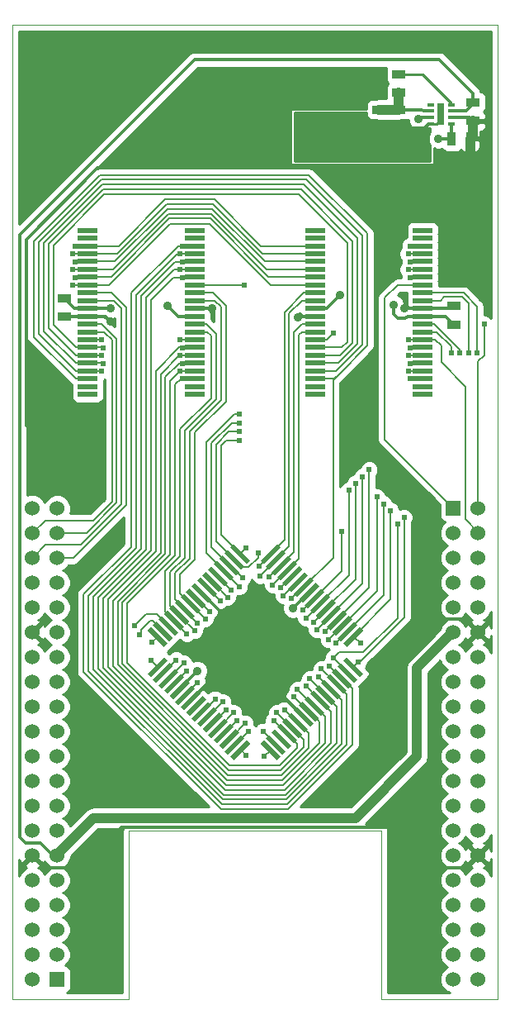
<source format=gtl>
G04 (created by PCBNEW (25-Oct-2014 BZR 4029)-stable) date Fri 12 Jun 2015 01:26:50 JST*
%MOIN*%
G04 Gerber Fmt 3.4, Leading zero omitted, Abs format*
%FSLAX34Y34*%
G01*
G70*
G90*
G04 APERTURE LIST*
%ADD10C,0.00590551*%
%ADD11C,0.00393701*%
%ADD12R,0.06X0.06*%
%ADD13C,0.06*%
%ADD14R,0.055X0.035*%
%ADD15R,0.035X0.055*%
%ADD16R,0.0314961X0.011811*%
%ADD17R,0.0314961X0.0885827*%
%ADD18R,0.0787402X0.019685*%
%ADD19C,0.035*%
%ADD20C,0.0240157*%
%ADD21C,0.0137795*%
%ADD22C,0.0393701*%
%ADD23C,0.0080315*%
%ADD24C,0.01*%
G04 APERTURE END LIST*
G54D10*
G54D11*
X30600Y-11700D02*
X50200Y-11700D01*
X30600Y-51000D02*
X35300Y-51000D01*
X45500Y-51000D02*
X50200Y-51000D01*
X35300Y-44200D02*
X45500Y-44200D01*
X35300Y-44200D02*
X35300Y-51000D01*
X45500Y-44200D02*
X45500Y-51000D01*
X30600Y-51000D02*
X30600Y-11700D01*
X50200Y-51000D02*
X50200Y-11700D01*
G54D12*
X48400Y-31200D03*
G54D13*
X49400Y-31200D03*
X48400Y-36200D03*
X49400Y-32200D03*
X48400Y-37200D03*
X49400Y-33200D03*
X48400Y-38200D03*
X49400Y-34200D03*
X48400Y-39200D03*
X49400Y-35200D03*
X48400Y-40200D03*
X49400Y-36200D03*
X48400Y-41200D03*
X49400Y-37200D03*
X48400Y-42200D03*
X49400Y-38200D03*
X48400Y-43200D03*
X49400Y-39200D03*
X48400Y-44200D03*
X49400Y-40200D03*
X48400Y-45200D03*
X49400Y-41200D03*
X48400Y-46200D03*
X49400Y-42200D03*
X49400Y-43200D03*
X48400Y-47200D03*
X49400Y-44200D03*
X49400Y-46200D03*
X49400Y-47200D03*
X49400Y-48200D03*
X49400Y-49200D03*
X48400Y-48200D03*
X48400Y-49200D03*
X48400Y-32200D03*
X48400Y-33200D03*
X48400Y-34200D03*
X48400Y-35200D03*
X48400Y-50200D03*
X49400Y-50200D03*
X49400Y-45200D03*
G54D12*
X32400Y-50200D03*
G54D13*
X31400Y-50200D03*
X32400Y-45200D03*
X31400Y-49200D03*
X32400Y-44200D03*
X31400Y-48200D03*
X32400Y-43200D03*
X31400Y-47200D03*
X32400Y-42200D03*
X31400Y-46200D03*
X32400Y-41200D03*
X31400Y-45200D03*
X32400Y-40200D03*
X31400Y-44200D03*
X32400Y-39200D03*
X31400Y-43200D03*
X32400Y-38200D03*
X31400Y-42200D03*
X32400Y-37200D03*
X31400Y-41200D03*
X32400Y-36200D03*
X31400Y-40200D03*
X32400Y-35200D03*
X31400Y-39200D03*
X31400Y-38200D03*
X32400Y-34200D03*
X31400Y-37200D03*
X31400Y-35200D03*
X31400Y-34200D03*
X31400Y-33200D03*
X31400Y-32200D03*
X32400Y-33200D03*
X32400Y-32200D03*
X32400Y-49200D03*
X32400Y-48200D03*
X32400Y-47200D03*
X32400Y-46200D03*
X32400Y-31200D03*
X31400Y-31200D03*
X31400Y-36200D03*
G54D10*
G36*
X36182Y-38016D02*
X36043Y-37876D01*
X36711Y-37208D01*
X36850Y-37347D01*
X36182Y-38016D01*
X36182Y-38016D01*
G37*
G36*
X36405Y-38238D02*
X36265Y-38099D01*
X36934Y-37431D01*
X37073Y-37570D01*
X36405Y-38238D01*
X36405Y-38238D01*
G37*
G36*
X36627Y-38461D02*
X36488Y-38322D01*
X37156Y-37654D01*
X37295Y-37793D01*
X36627Y-38461D01*
X36627Y-38461D01*
G37*
G36*
X36850Y-38684D02*
X36711Y-38545D01*
X37379Y-37876D01*
X37518Y-38016D01*
X36850Y-38684D01*
X36850Y-38684D01*
G37*
G36*
X37073Y-38906D02*
X36934Y-38767D01*
X37602Y-38099D01*
X37741Y-38238D01*
X37073Y-38906D01*
X37073Y-38906D01*
G37*
G36*
X37295Y-39129D02*
X37156Y-38990D01*
X37824Y-38322D01*
X37964Y-38461D01*
X37295Y-39129D01*
X37295Y-39129D01*
G37*
G36*
X37518Y-39352D02*
X37379Y-39213D01*
X38047Y-38545D01*
X38186Y-38684D01*
X37518Y-39352D01*
X37518Y-39352D01*
G37*
G36*
X37741Y-39575D02*
X37602Y-39435D01*
X38270Y-38767D01*
X38409Y-38906D01*
X37741Y-39575D01*
X37741Y-39575D01*
G37*
G36*
X37964Y-39797D02*
X37824Y-39658D01*
X38493Y-38990D01*
X38632Y-39129D01*
X37964Y-39797D01*
X37964Y-39797D01*
G37*
G36*
X38186Y-40020D02*
X38047Y-39881D01*
X38715Y-39213D01*
X38854Y-39352D01*
X38186Y-40020D01*
X38186Y-40020D01*
G37*
G36*
X38409Y-40243D02*
X38270Y-40104D01*
X38938Y-39435D01*
X39077Y-39575D01*
X38409Y-40243D01*
X38409Y-40243D01*
G37*
G36*
X38632Y-40465D02*
X38493Y-40326D01*
X39161Y-39658D01*
X39300Y-39797D01*
X38632Y-40465D01*
X38632Y-40465D01*
G37*
G36*
X38854Y-40688D02*
X38715Y-40549D01*
X39383Y-39881D01*
X39523Y-40020D01*
X38854Y-40688D01*
X38854Y-40688D01*
G37*
G36*
X39077Y-40911D02*
X38938Y-40772D01*
X39606Y-40104D01*
X39745Y-40243D01*
X39077Y-40911D01*
X39077Y-40911D01*
G37*
G36*
X39300Y-41134D02*
X39161Y-40994D01*
X39829Y-40326D01*
X39968Y-40465D01*
X39300Y-41134D01*
X39300Y-41134D01*
G37*
G36*
X39523Y-41356D02*
X39383Y-41217D01*
X40052Y-40549D01*
X40191Y-40688D01*
X39523Y-41356D01*
X39523Y-41356D01*
G37*
G36*
X41276Y-41356D02*
X40608Y-40688D01*
X40747Y-40549D01*
X41416Y-41217D01*
X41276Y-41356D01*
X41276Y-41356D01*
G37*
G36*
X41499Y-41134D02*
X40831Y-40465D01*
X40970Y-40326D01*
X41638Y-40994D01*
X41499Y-41134D01*
X41499Y-41134D01*
G37*
G36*
X41722Y-40911D02*
X41054Y-40243D01*
X41193Y-40104D01*
X41861Y-40772D01*
X41722Y-40911D01*
X41722Y-40911D01*
G37*
G36*
X41945Y-40688D02*
X41276Y-40020D01*
X41416Y-39881D01*
X42084Y-40549D01*
X41945Y-40688D01*
X41945Y-40688D01*
G37*
G36*
X42167Y-40465D02*
X41499Y-39797D01*
X41638Y-39658D01*
X42306Y-40326D01*
X42167Y-40465D01*
X42167Y-40465D01*
G37*
G36*
X42390Y-40243D02*
X41722Y-39575D01*
X41861Y-39435D01*
X42529Y-40104D01*
X42390Y-40243D01*
X42390Y-40243D01*
G37*
G36*
X42613Y-40020D02*
X41945Y-39352D01*
X42084Y-39213D01*
X42752Y-39881D01*
X42613Y-40020D01*
X42613Y-40020D01*
G37*
G36*
X42835Y-39797D02*
X42167Y-39129D01*
X42306Y-38990D01*
X42975Y-39658D01*
X42835Y-39797D01*
X42835Y-39797D01*
G37*
G36*
X43058Y-39575D02*
X42390Y-38906D01*
X42529Y-38767D01*
X43197Y-39435D01*
X43058Y-39575D01*
X43058Y-39575D01*
G37*
G36*
X43281Y-39352D02*
X42613Y-38684D01*
X42752Y-38545D01*
X43420Y-39213D01*
X43281Y-39352D01*
X43281Y-39352D01*
G37*
G36*
X43504Y-39129D02*
X42835Y-38461D01*
X42975Y-38322D01*
X43643Y-38990D01*
X43504Y-39129D01*
X43504Y-39129D01*
G37*
G36*
X43726Y-38906D02*
X43058Y-38238D01*
X43197Y-38099D01*
X43865Y-38767D01*
X43726Y-38906D01*
X43726Y-38906D01*
G37*
G36*
X43949Y-38684D02*
X43281Y-38016D01*
X43420Y-37876D01*
X44088Y-38545D01*
X43949Y-38684D01*
X43949Y-38684D01*
G37*
G36*
X44172Y-38461D02*
X43504Y-37793D01*
X43643Y-37654D01*
X44311Y-38322D01*
X44172Y-38461D01*
X44172Y-38461D01*
G37*
G36*
X44394Y-38238D02*
X43726Y-37570D01*
X43865Y-37431D01*
X44534Y-38099D01*
X44394Y-38238D01*
X44394Y-38238D01*
G37*
G36*
X44617Y-38016D02*
X43949Y-37347D01*
X44088Y-37208D01*
X44756Y-37876D01*
X44617Y-38016D01*
X44617Y-38016D01*
G37*
G36*
X44088Y-36791D02*
X43949Y-36652D01*
X44617Y-35983D01*
X44756Y-36123D01*
X44088Y-36791D01*
X44088Y-36791D01*
G37*
G36*
X43865Y-36568D02*
X43726Y-36429D01*
X44394Y-35761D01*
X44534Y-35900D01*
X43865Y-36568D01*
X43865Y-36568D01*
G37*
G36*
X43643Y-36345D02*
X43504Y-36206D01*
X44172Y-35538D01*
X44311Y-35677D01*
X43643Y-36345D01*
X43643Y-36345D01*
G37*
G36*
X43420Y-36123D02*
X43281Y-35983D01*
X43949Y-35315D01*
X44088Y-35454D01*
X43420Y-36123D01*
X43420Y-36123D01*
G37*
G36*
X43197Y-35900D02*
X43058Y-35761D01*
X43726Y-35093D01*
X43865Y-35232D01*
X43197Y-35900D01*
X43197Y-35900D01*
G37*
G36*
X42975Y-35677D02*
X42835Y-35538D01*
X43504Y-34870D01*
X43643Y-35009D01*
X42975Y-35677D01*
X42975Y-35677D01*
G37*
G36*
X42752Y-35454D02*
X42613Y-35315D01*
X43281Y-34647D01*
X43420Y-34786D01*
X42752Y-35454D01*
X42752Y-35454D01*
G37*
G36*
X42529Y-35232D02*
X42390Y-35093D01*
X43058Y-34424D01*
X43197Y-34564D01*
X42529Y-35232D01*
X42529Y-35232D01*
G37*
G36*
X42306Y-35009D02*
X42167Y-34870D01*
X42835Y-34202D01*
X42975Y-34341D01*
X42306Y-35009D01*
X42306Y-35009D01*
G37*
G36*
X42084Y-34786D02*
X41945Y-34647D01*
X42613Y-33979D01*
X42752Y-34118D01*
X42084Y-34786D01*
X42084Y-34786D01*
G37*
G36*
X41861Y-34564D02*
X41722Y-34424D01*
X42390Y-33756D01*
X42529Y-33895D01*
X41861Y-34564D01*
X41861Y-34564D01*
G37*
G36*
X41638Y-34341D02*
X41499Y-34202D01*
X42167Y-33534D01*
X42306Y-33673D01*
X41638Y-34341D01*
X41638Y-34341D01*
G37*
G36*
X41416Y-34118D02*
X41276Y-33979D01*
X41945Y-33311D01*
X42084Y-33450D01*
X41416Y-34118D01*
X41416Y-34118D01*
G37*
G36*
X41193Y-33895D02*
X41054Y-33756D01*
X41722Y-33088D01*
X41861Y-33227D01*
X41193Y-33895D01*
X41193Y-33895D01*
G37*
G36*
X40970Y-33673D02*
X40831Y-33534D01*
X41499Y-32865D01*
X41638Y-33005D01*
X40970Y-33673D01*
X40970Y-33673D01*
G37*
G36*
X40747Y-33450D02*
X40608Y-33311D01*
X41276Y-32643D01*
X41416Y-32782D01*
X40747Y-33450D01*
X40747Y-33450D01*
G37*
G36*
X40052Y-33450D02*
X39383Y-32782D01*
X39523Y-32643D01*
X40191Y-33311D01*
X40052Y-33450D01*
X40052Y-33450D01*
G37*
G36*
X39829Y-33673D02*
X39161Y-33005D01*
X39300Y-32865D01*
X39968Y-33534D01*
X39829Y-33673D01*
X39829Y-33673D01*
G37*
G36*
X39606Y-33895D02*
X38938Y-33227D01*
X39077Y-33088D01*
X39745Y-33756D01*
X39606Y-33895D01*
X39606Y-33895D01*
G37*
G36*
X39383Y-34118D02*
X38715Y-33450D01*
X38854Y-33311D01*
X39523Y-33979D01*
X39383Y-34118D01*
X39383Y-34118D01*
G37*
G36*
X39161Y-34341D02*
X38493Y-33673D01*
X38632Y-33534D01*
X39300Y-34202D01*
X39161Y-34341D01*
X39161Y-34341D01*
G37*
G36*
X38938Y-34564D02*
X38270Y-33895D01*
X38409Y-33756D01*
X39077Y-34424D01*
X38938Y-34564D01*
X38938Y-34564D01*
G37*
G36*
X38715Y-34786D02*
X38047Y-34118D01*
X38186Y-33979D01*
X38854Y-34647D01*
X38715Y-34786D01*
X38715Y-34786D01*
G37*
G36*
X38493Y-35009D02*
X37824Y-34341D01*
X37964Y-34202D01*
X38632Y-34870D01*
X38493Y-35009D01*
X38493Y-35009D01*
G37*
G36*
X38270Y-35232D02*
X37602Y-34564D01*
X37741Y-34424D01*
X38409Y-35093D01*
X38270Y-35232D01*
X38270Y-35232D01*
G37*
G36*
X38047Y-35454D02*
X37379Y-34786D01*
X37518Y-34647D01*
X38186Y-35315D01*
X38047Y-35454D01*
X38047Y-35454D01*
G37*
G36*
X37824Y-35677D02*
X37156Y-35009D01*
X37295Y-34870D01*
X37964Y-35538D01*
X37824Y-35677D01*
X37824Y-35677D01*
G37*
G36*
X37602Y-35900D02*
X36934Y-35232D01*
X37073Y-35093D01*
X37741Y-35761D01*
X37602Y-35900D01*
X37602Y-35900D01*
G37*
G36*
X37379Y-36123D02*
X36711Y-35454D01*
X36850Y-35315D01*
X37518Y-35983D01*
X37379Y-36123D01*
X37379Y-36123D01*
G37*
G36*
X37156Y-36345D02*
X36488Y-35677D01*
X36627Y-35538D01*
X37295Y-36206D01*
X37156Y-36345D01*
X37156Y-36345D01*
G37*
G36*
X36934Y-36568D02*
X36265Y-35900D01*
X36405Y-35761D01*
X37073Y-36429D01*
X36934Y-36568D01*
X36934Y-36568D01*
G37*
G36*
X36711Y-36791D02*
X36043Y-36123D01*
X36182Y-35983D01*
X36850Y-36652D01*
X36711Y-36791D01*
X36711Y-36791D01*
G37*
G54D14*
X32677Y-22735D03*
X32677Y-23485D03*
X48425Y-23800D03*
X48425Y-23050D03*
X46200Y-13699D03*
X46200Y-14449D03*
X45400Y-15125D03*
X45400Y-15875D03*
X46200Y-15125D03*
X46200Y-15875D03*
G54D15*
X48325Y-16300D03*
X49075Y-16300D03*
G54D16*
X47486Y-14925D03*
X47486Y-15181D03*
X47486Y-15437D03*
X47486Y-15693D03*
X48313Y-15693D03*
X48313Y-15437D03*
X48313Y-15181D03*
X48313Y-14925D03*
G54D17*
X47900Y-15300D03*
G54D14*
X49200Y-14825D03*
X49200Y-15575D03*
G54D18*
X47165Y-26607D03*
X47165Y-26292D03*
X47165Y-25977D03*
X47165Y-25662D03*
X47165Y-25347D03*
X47165Y-25032D03*
X47165Y-24717D03*
X47165Y-24402D03*
X47165Y-24087D03*
X47165Y-23772D03*
X47165Y-23457D03*
X47165Y-23142D03*
X47165Y-22827D03*
X47165Y-22512D03*
X47165Y-22197D03*
X47165Y-21882D03*
X47165Y-21567D03*
X47165Y-21252D03*
X47165Y-20937D03*
X47165Y-20622D03*
X47165Y-20307D03*
X47165Y-19992D03*
X42834Y-19992D03*
X42834Y-20307D03*
X42834Y-20622D03*
X42834Y-20937D03*
X42834Y-21252D03*
X42834Y-21567D03*
X42834Y-21882D03*
X42834Y-22197D03*
X42834Y-22512D03*
X42834Y-22827D03*
X42834Y-23142D03*
X42834Y-23457D03*
X42834Y-23772D03*
X42834Y-24087D03*
X42834Y-24402D03*
X42834Y-24717D03*
X42834Y-25032D03*
X42834Y-25347D03*
X42834Y-25662D03*
X42834Y-25977D03*
X42834Y-26292D03*
X42834Y-26607D03*
X37965Y-26607D03*
X37965Y-26292D03*
X37965Y-25977D03*
X37965Y-25662D03*
X37965Y-25347D03*
X37965Y-25032D03*
X37965Y-24717D03*
X37965Y-24402D03*
X37965Y-24087D03*
X37965Y-23772D03*
X37965Y-23457D03*
X37965Y-23142D03*
X37965Y-22827D03*
X37965Y-22512D03*
X37965Y-22197D03*
X37965Y-21882D03*
X37965Y-21567D03*
X37965Y-21252D03*
X37965Y-20937D03*
X37965Y-20622D03*
X37965Y-20307D03*
X37965Y-19992D03*
X33634Y-19992D03*
X33634Y-20307D03*
X33634Y-20622D03*
X33634Y-20937D03*
X33634Y-21252D03*
X33634Y-21567D03*
X33634Y-21882D03*
X33634Y-22197D03*
X33634Y-22512D03*
X33634Y-22827D03*
X33634Y-23142D03*
X33634Y-23457D03*
X33634Y-23772D03*
X33634Y-24087D03*
X33634Y-24402D03*
X33634Y-24717D03*
X33634Y-25032D03*
X33634Y-25347D03*
X33634Y-25662D03*
X33634Y-25977D03*
X33634Y-26292D03*
X33634Y-26607D03*
G54D19*
X45984Y-22992D03*
X43818Y-22598D03*
X36850Y-23031D03*
X34566Y-23149D03*
X41929Y-35236D03*
X47000Y-15500D03*
X47800Y-16300D03*
X38070Y-37755D03*
G54D20*
X35511Y-35944D03*
X39212Y-39330D03*
X39527Y-39448D03*
X37519Y-37440D03*
X37637Y-37755D03*
X38779Y-38897D03*
X40118Y-40196D03*
X40000Y-39881D03*
X39645Y-39763D03*
X36220Y-36614D03*
X39094Y-39015D03*
X35708Y-36299D03*
X46653Y-25984D03*
X37440Y-25984D03*
X41141Y-39763D03*
X46653Y-20629D03*
X37440Y-20629D03*
X43385Y-37559D03*
X46141Y-31850D03*
X33031Y-20944D03*
X43543Y-37244D03*
X33110Y-21259D03*
X46417Y-31574D03*
X44566Y-37401D03*
X33031Y-21574D03*
X45866Y-31299D03*
X44645Y-36653D03*
X45590Y-31023D03*
X33110Y-21889D03*
X43661Y-36653D03*
X45314Y-30748D03*
X33031Y-22204D03*
X43346Y-36496D03*
X45000Y-29645D03*
X34251Y-24724D03*
X43228Y-36181D03*
X44724Y-29921D03*
X34173Y-25039D03*
X42874Y-36102D03*
X44448Y-30196D03*
X34251Y-25354D03*
X42755Y-35787D03*
X44173Y-30472D03*
X34173Y-25669D03*
X42440Y-35629D03*
X46574Y-25669D03*
X37362Y-25669D03*
X41259Y-39448D03*
X33110Y-20629D03*
X43897Y-32125D03*
X42322Y-35314D03*
X41850Y-34842D03*
X41535Y-34724D03*
X41417Y-34409D03*
X41574Y-39330D03*
X37440Y-25354D03*
X46653Y-25354D03*
X41968Y-38818D03*
X46574Y-25039D03*
X37362Y-25039D03*
X42086Y-38503D03*
X37440Y-24724D03*
X46653Y-24724D03*
X46653Y-21889D03*
X37440Y-21889D03*
X42440Y-38385D03*
X37362Y-21574D03*
X42598Y-38070D03*
X46574Y-21574D03*
X46653Y-21259D03*
X37440Y-21259D03*
X42952Y-37992D03*
X46574Y-20944D03*
X37362Y-20944D03*
X43070Y-37677D03*
X38070Y-38228D03*
X37637Y-36259D03*
X37952Y-36141D03*
X40511Y-32992D03*
X49015Y-24921D03*
X39763Y-28110D03*
X49370Y-24921D03*
X39763Y-28464D03*
X40039Y-32795D03*
X40551Y-33543D03*
X40590Y-33937D03*
X40944Y-33976D03*
X41102Y-34291D03*
X38070Y-35826D03*
X38385Y-35669D03*
X38543Y-35354D03*
X38976Y-34921D03*
X39291Y-34803D03*
X39409Y-34488D03*
X48307Y-24921D03*
X39763Y-27401D03*
X39763Y-34370D03*
X48661Y-24921D03*
X39763Y-27755D03*
X39881Y-34015D03*
X37204Y-37322D03*
X40708Y-40196D03*
X40748Y-41220D03*
X40039Y-41181D03*
X36181Y-37322D03*
X46574Y-24409D03*
X37362Y-24409D03*
X49645Y-23779D03*
X39960Y-22204D03*
X43543Y-24133D03*
X34173Y-24409D03*
G54D19*
X39350Y-35728D03*
X32480Y-29212D03*
X34566Y-41811D03*
X43346Y-42952D03*
X37165Y-42913D03*
X46417Y-23149D03*
X42125Y-23503D03*
X38661Y-23149D03*
X34566Y-23661D03*
X49045Y-18769D03*
X46200Y-16456D03*
X41259Y-36988D03*
X38543Y-38188D03*
G54D21*
X45984Y-22992D02*
X45984Y-23385D01*
X46141Y-23543D02*
X46456Y-23543D01*
X45984Y-23385D02*
X46141Y-23543D01*
X47165Y-23457D02*
X46542Y-23457D01*
X46542Y-23457D02*
X46456Y-23543D01*
X47165Y-23457D02*
X48082Y-23457D01*
X48082Y-23457D02*
X48425Y-23800D01*
X42834Y-23142D02*
X43274Y-23142D01*
X43274Y-23142D02*
X43818Y-22598D01*
X37965Y-23457D02*
X37276Y-23457D01*
X37276Y-23457D02*
X36850Y-23031D01*
X33634Y-23142D02*
X34559Y-23142D01*
X34559Y-23142D02*
X34566Y-23149D01*
X33634Y-23142D02*
X33084Y-23142D01*
X33084Y-23142D02*
X32677Y-22735D01*
X42559Y-34605D02*
X42571Y-34605D01*
X41929Y-35236D02*
X42559Y-34605D01*
X47486Y-15437D02*
X47062Y-15437D01*
X47062Y-15437D02*
X47000Y-15500D01*
X47800Y-16300D02*
X48325Y-16300D01*
X48313Y-15693D02*
X48313Y-16288D01*
X48313Y-16288D02*
X48325Y-16300D01*
X38070Y-37755D02*
X37337Y-38489D01*
X37337Y-38489D02*
X37337Y-38503D01*
G54D22*
X48400Y-36200D02*
X48366Y-36200D01*
X48366Y-36200D02*
X46929Y-37637D01*
X46929Y-37637D02*
X46929Y-41220D01*
X46929Y-41220D02*
X44448Y-43700D01*
X44448Y-43700D02*
X33858Y-43700D01*
X33858Y-43700D02*
X32359Y-45200D01*
X32359Y-45200D02*
X32400Y-45200D01*
G54D21*
X30885Y-44468D02*
X30885Y-20177D01*
X37952Y-13110D02*
X47834Y-13110D01*
X30885Y-20177D02*
X37952Y-13110D01*
X32400Y-45200D02*
X32207Y-45200D01*
X49200Y-14475D02*
X49200Y-14825D01*
X47834Y-13110D02*
X49200Y-14475D01*
X31122Y-44704D02*
X30885Y-44468D01*
X31712Y-44704D02*
X31122Y-44704D01*
X32207Y-45200D02*
X31712Y-44704D01*
X49200Y-14825D02*
X49200Y-14900D01*
X49200Y-14900D02*
X48918Y-15181D01*
X48918Y-15181D02*
X48313Y-15181D01*
G54D23*
X36417Y-35472D02*
X35984Y-35472D01*
X35984Y-35472D02*
X35511Y-35944D01*
X36892Y-35942D02*
X36887Y-35942D01*
X36887Y-35942D02*
X36417Y-35472D01*
X38673Y-39839D02*
X38703Y-39839D01*
X38703Y-39839D02*
X39212Y-39330D01*
X38896Y-40062D02*
X38914Y-40062D01*
X38914Y-40062D02*
X39527Y-39448D01*
X36892Y-38057D02*
X36902Y-38057D01*
X36902Y-38057D02*
X37519Y-37440D01*
X37115Y-38280D02*
X37115Y-38278D01*
X37115Y-38278D02*
X37637Y-37755D01*
X38228Y-39394D02*
X38283Y-39394D01*
X38283Y-39394D02*
X38779Y-38897D01*
X39564Y-40730D02*
X39584Y-40730D01*
X39584Y-40730D02*
X40118Y-40196D01*
X39342Y-40507D02*
X39374Y-40507D01*
X39374Y-40507D02*
X40000Y-39881D01*
X39119Y-40284D02*
X39124Y-40284D01*
X39124Y-40284D02*
X39645Y-39763D01*
X36446Y-36387D02*
X36446Y-36387D01*
X36446Y-36387D02*
X36220Y-36614D01*
X38451Y-39616D02*
X38493Y-39616D01*
X38493Y-39616D02*
X39094Y-39015D01*
X35787Y-36102D02*
X36141Y-35748D01*
X35787Y-36220D02*
X35787Y-36102D01*
X35708Y-36299D02*
X35787Y-36220D01*
X36669Y-36164D02*
X36669Y-36157D01*
X36259Y-35748D02*
X36141Y-35748D01*
X36669Y-36157D02*
X36259Y-35748D01*
X37165Y-26220D02*
X37165Y-33110D01*
X37165Y-33110D02*
X35236Y-35039D01*
X37965Y-25977D02*
X37408Y-25977D01*
X42086Y-40691D02*
X41680Y-40284D01*
X42086Y-40866D02*
X42086Y-40691D01*
X41377Y-41574D02*
X42086Y-40866D01*
X39370Y-41574D02*
X41377Y-41574D01*
X35236Y-37440D02*
X39370Y-41574D01*
X35236Y-35039D02*
X35236Y-37440D01*
X37408Y-25977D02*
X37165Y-26220D01*
X46660Y-25977D02*
X47165Y-25977D01*
X46653Y-25984D02*
X46660Y-25977D01*
X37448Y-25977D02*
X37440Y-25984D01*
X37965Y-25977D02*
X37448Y-25977D01*
X41680Y-40284D02*
X41662Y-40284D01*
X41662Y-40284D02*
X41141Y-39763D01*
X37440Y-20629D02*
X37283Y-20629D01*
X44330Y-38480D02*
X43907Y-38057D01*
X44330Y-40748D02*
X44330Y-38480D01*
X41732Y-43346D02*
X44330Y-40748D01*
X39015Y-43346D02*
X41732Y-43346D01*
X33464Y-37795D02*
X39015Y-43346D01*
X33464Y-34685D02*
X33464Y-37795D01*
X35393Y-32755D02*
X33464Y-34685D01*
X35393Y-22519D02*
X35393Y-32755D01*
X37283Y-20629D02*
X35393Y-22519D01*
X37965Y-20622D02*
X37448Y-20622D01*
X46660Y-20622D02*
X47165Y-20622D01*
X46653Y-20629D02*
X46660Y-20622D01*
X37448Y-20622D02*
X37440Y-20629D01*
X43907Y-38057D02*
X43884Y-38057D01*
X43884Y-38057D02*
X43385Y-37559D01*
X46141Y-31850D02*
X46141Y-35629D01*
X46141Y-35629D02*
X44763Y-37007D01*
X33634Y-20937D02*
X34810Y-20937D01*
X34810Y-20937D02*
X36811Y-18937D01*
X43543Y-37244D02*
X43779Y-37007D01*
X43779Y-37007D02*
X44763Y-37007D01*
X33634Y-20937D02*
X33038Y-20937D01*
X33038Y-20937D02*
X33031Y-20944D01*
X40701Y-20937D02*
X42834Y-20937D01*
X38700Y-18937D02*
X40701Y-20937D01*
X36811Y-18937D02*
X38700Y-18937D01*
X44130Y-37835D02*
X44130Y-37831D01*
X44130Y-37831D02*
X43543Y-37244D01*
X46417Y-31574D02*
X46417Y-35590D01*
X46417Y-35590D02*
X44606Y-37401D01*
X33634Y-21252D02*
X34731Y-21252D01*
X34731Y-21252D02*
X36850Y-19133D01*
X44566Y-37401D02*
X44606Y-37401D01*
X33077Y-21252D02*
X33110Y-21259D01*
X33634Y-21252D02*
X33077Y-21252D01*
X40780Y-21252D02*
X42834Y-21252D01*
X38661Y-19133D02*
X40780Y-21252D01*
X36850Y-19133D02*
X38661Y-19133D01*
X44353Y-37612D02*
X44356Y-37612D01*
X44356Y-37612D02*
X44566Y-37401D01*
X45866Y-31299D02*
X45866Y-34874D01*
X45866Y-34874D02*
X44353Y-36387D01*
X33634Y-21567D02*
X34652Y-21567D01*
X34652Y-21567D02*
X36889Y-19330D01*
X40859Y-21567D02*
X42834Y-21567D01*
X38622Y-19330D02*
X40859Y-21567D01*
X36889Y-19330D02*
X38622Y-19330D01*
X33196Y-21567D02*
X33031Y-21574D01*
X33634Y-21567D02*
X33196Y-21567D01*
X44353Y-36387D02*
X44379Y-36387D01*
X44379Y-36387D02*
X44645Y-36653D01*
X45590Y-31023D02*
X45590Y-34704D01*
X33117Y-21882D02*
X33110Y-21889D01*
X33634Y-21882D02*
X33117Y-21882D01*
X45590Y-34704D02*
X44130Y-36164D01*
X33634Y-21882D02*
X34574Y-21882D01*
X34574Y-21882D02*
X36937Y-19519D01*
X40937Y-21882D02*
X42834Y-21882D01*
X38574Y-19519D02*
X40937Y-21882D01*
X36937Y-19519D02*
X38574Y-19519D01*
X44130Y-36164D02*
X44130Y-36184D01*
X44130Y-36184D02*
X43661Y-36653D01*
X45314Y-30748D02*
X45314Y-34534D01*
X45314Y-34534D02*
X43907Y-35942D01*
X33634Y-22197D02*
X34495Y-22197D01*
X34495Y-22197D02*
X36965Y-19727D01*
X33038Y-22197D02*
X33031Y-22204D01*
X33634Y-22197D02*
X33038Y-22197D01*
X41016Y-22197D02*
X42834Y-22197D01*
X38546Y-19727D02*
X41016Y-22197D01*
X36965Y-19727D02*
X38546Y-19727D01*
X43907Y-35942D02*
X43900Y-35942D01*
X43900Y-35942D02*
X43346Y-36496D01*
X45000Y-34404D02*
X43684Y-35719D01*
X45000Y-34404D02*
X45000Y-29645D01*
X34244Y-24717D02*
X34251Y-24724D01*
X33634Y-24717D02*
X34244Y-24717D01*
X42834Y-24717D02*
X43904Y-24717D01*
X33142Y-24717D02*
X33634Y-24717D01*
X32244Y-23818D02*
X33142Y-24717D01*
X32244Y-20590D02*
X32244Y-23818D01*
X34291Y-18543D02*
X32244Y-20590D01*
X42165Y-18543D02*
X34291Y-18543D01*
X44133Y-20511D02*
X42165Y-18543D01*
X44133Y-24488D02*
X44133Y-20511D01*
X43904Y-24717D02*
X44133Y-24488D01*
X43684Y-35719D02*
X43684Y-35724D01*
X43684Y-35724D02*
X43228Y-36181D01*
X44724Y-34234D02*
X43462Y-35496D01*
X44724Y-29921D02*
X44724Y-34234D01*
X33634Y-25032D02*
X34166Y-25032D01*
X34166Y-25032D02*
X34173Y-25039D01*
X33634Y-25032D02*
X33142Y-25032D01*
X43825Y-25032D02*
X42834Y-25032D01*
X44330Y-24527D02*
X43825Y-25032D01*
X44330Y-20433D02*
X44330Y-24527D01*
X42244Y-18346D02*
X44330Y-20433D01*
X34251Y-18346D02*
X42244Y-18346D01*
X32047Y-20551D02*
X34251Y-18346D01*
X32047Y-23937D02*
X32047Y-20551D01*
X33142Y-25032D02*
X32047Y-23937D01*
X43462Y-35474D02*
X43462Y-35496D01*
X43462Y-35496D02*
X43462Y-35514D01*
X43462Y-35514D02*
X42874Y-36102D01*
X44448Y-34064D02*
X43239Y-35273D01*
X44448Y-30196D02*
X44448Y-34064D01*
X33634Y-25347D02*
X34244Y-25347D01*
X34244Y-25347D02*
X34251Y-25354D01*
X33634Y-25347D02*
X33142Y-25347D01*
X43747Y-25347D02*
X42834Y-25347D01*
X44527Y-24566D02*
X43747Y-25347D01*
X44527Y-20314D02*
X44527Y-24566D01*
X42362Y-18149D02*
X44527Y-20314D01*
X34212Y-18149D02*
X42362Y-18149D01*
X31850Y-20511D02*
X34212Y-18149D01*
X31850Y-24055D02*
X31850Y-20511D01*
X33142Y-25347D02*
X31850Y-24055D01*
X43239Y-35273D02*
X43239Y-35303D01*
X43239Y-35303D02*
X42755Y-35787D01*
X44173Y-33894D02*
X43016Y-35051D01*
X44173Y-30472D02*
X44173Y-33894D01*
X33634Y-25662D02*
X34166Y-25662D01*
X34166Y-25662D02*
X34173Y-25669D01*
X42834Y-25662D02*
X43668Y-25662D01*
X33142Y-25662D02*
X33634Y-25662D01*
X31653Y-24173D02*
X33142Y-25662D01*
X31653Y-20472D02*
X31653Y-24173D01*
X34173Y-17952D02*
X31653Y-20472D01*
X42471Y-17952D02*
X34173Y-17952D01*
X44724Y-20205D02*
X42471Y-17952D01*
X44724Y-24606D02*
X44724Y-20205D01*
X43668Y-25662D02*
X44724Y-24606D01*
X43016Y-35054D02*
X42440Y-35629D01*
X43016Y-35051D02*
X43016Y-35054D01*
X36968Y-26062D02*
X36968Y-33070D01*
X36968Y-33070D02*
X35039Y-35000D01*
X42362Y-40521D02*
X41903Y-40062D01*
X42362Y-40826D02*
X42362Y-40521D01*
X41417Y-41771D02*
X42362Y-40826D01*
X39330Y-41771D02*
X41417Y-41771D01*
X35039Y-37480D02*
X39330Y-41771D01*
X35039Y-35000D02*
X35039Y-37480D01*
X37362Y-25669D02*
X36968Y-26062D01*
X37965Y-25662D02*
X37369Y-25662D01*
X46581Y-25662D02*
X47165Y-25662D01*
X46574Y-25669D02*
X46581Y-25662D01*
X37369Y-25662D02*
X37362Y-25669D01*
X41873Y-40062D02*
X41259Y-39448D01*
X41903Y-40062D02*
X41873Y-40062D01*
X43897Y-32125D02*
X43897Y-33725D01*
X43897Y-33725D02*
X42794Y-34828D01*
X33634Y-20622D02*
X34888Y-20622D01*
X34888Y-20622D02*
X36771Y-18740D01*
X33634Y-20622D02*
X33117Y-20622D01*
X33117Y-20622D02*
X33110Y-20629D01*
X40622Y-20622D02*
X42834Y-20622D01*
X38740Y-18740D02*
X40622Y-20622D01*
X36771Y-18740D02*
X38740Y-18740D01*
X42794Y-34828D02*
X42794Y-34843D01*
X42794Y-34843D02*
X42322Y-35314D01*
X42794Y-34828D02*
X42809Y-34828D01*
X43543Y-26023D02*
X43779Y-25787D01*
X42348Y-34383D02*
X42349Y-34383D01*
X43543Y-33188D02*
X43543Y-26023D01*
X42349Y-34383D02*
X43543Y-33188D01*
X33634Y-25977D02*
X33142Y-25977D01*
X44921Y-24645D02*
X43779Y-25787D01*
X44921Y-20118D02*
X44921Y-24645D01*
X42559Y-17755D02*
X44921Y-20118D01*
X34133Y-17755D02*
X42559Y-17755D01*
X31456Y-20433D02*
X34133Y-17755D01*
X31456Y-24291D02*
X31456Y-20433D01*
X33142Y-25977D02*
X31456Y-24291D01*
X43779Y-25787D02*
X43589Y-25977D01*
X43589Y-25977D02*
X42834Y-25977D01*
X42348Y-34383D02*
X42309Y-34383D01*
X42309Y-34383D02*
X41850Y-34842D01*
X42126Y-34160D02*
X42099Y-34160D01*
X42099Y-34160D02*
X41535Y-34724D01*
X41903Y-33937D02*
X41889Y-33937D01*
X41889Y-33937D02*
X41417Y-34409D01*
X42083Y-39839D02*
X41574Y-39330D01*
X42083Y-39839D02*
X42126Y-39839D01*
X36771Y-25905D02*
X36771Y-33031D01*
X36771Y-33031D02*
X34842Y-34960D01*
X37440Y-25354D02*
X37322Y-25354D01*
X42559Y-40272D02*
X42126Y-39839D01*
X42559Y-40866D02*
X42559Y-40272D01*
X41456Y-41968D02*
X42559Y-40866D01*
X39291Y-41968D02*
X41456Y-41968D01*
X34842Y-37519D02*
X39291Y-41968D01*
X34842Y-34960D02*
X34842Y-37519D01*
X37322Y-25354D02*
X36771Y-25905D01*
X37965Y-25347D02*
X37448Y-25347D01*
X37448Y-25347D02*
X37440Y-25354D01*
X46660Y-25347D02*
X47165Y-25347D01*
X46653Y-25354D02*
X46660Y-25347D01*
X42571Y-39394D02*
X42543Y-39394D01*
X42543Y-39394D02*
X41968Y-38818D01*
X36574Y-25787D02*
X36574Y-32992D01*
X36574Y-32992D02*
X34645Y-34921D01*
X37362Y-25039D02*
X37322Y-25039D01*
X42992Y-39814D02*
X42571Y-39394D01*
X42992Y-40669D02*
X42992Y-39814D01*
X41496Y-42165D02*
X42992Y-40669D01*
X39251Y-42165D02*
X41496Y-42165D01*
X34645Y-37559D02*
X39251Y-42165D01*
X34645Y-34921D02*
X34645Y-37559D01*
X37322Y-25039D02*
X36574Y-25787D01*
X46581Y-25032D02*
X47165Y-25032D01*
X46574Y-25039D02*
X46581Y-25032D01*
X37369Y-25032D02*
X37362Y-25039D01*
X37965Y-25032D02*
X37369Y-25032D01*
X42794Y-39171D02*
X42754Y-39171D01*
X42754Y-39171D02*
X42086Y-38503D01*
X36377Y-25669D02*
X36377Y-32952D01*
X36377Y-32952D02*
X34448Y-34881D01*
X37965Y-24717D02*
X37329Y-24717D01*
X43228Y-39605D02*
X42794Y-39171D01*
X43228Y-40669D02*
X43228Y-39605D01*
X41535Y-42362D02*
X43228Y-40669D01*
X39212Y-42362D02*
X41535Y-42362D01*
X34448Y-37598D02*
X39212Y-42362D01*
X34448Y-34881D02*
X34448Y-37598D01*
X37329Y-24717D02*
X36377Y-25669D01*
X37965Y-24717D02*
X37448Y-24717D01*
X37448Y-24717D02*
X37440Y-24724D01*
X46660Y-24717D02*
X47165Y-24717D01*
X46653Y-24724D02*
X46660Y-24717D01*
X37440Y-21889D02*
X37086Y-21889D01*
X43464Y-39396D02*
X43016Y-38948D01*
X43464Y-40669D02*
X43464Y-39396D01*
X41574Y-42559D02*
X43464Y-40669D01*
X39173Y-42559D02*
X41574Y-42559D01*
X34251Y-37637D02*
X39173Y-42559D01*
X34251Y-34842D02*
X34251Y-37637D01*
X36181Y-32913D02*
X34251Y-34842D01*
X36181Y-22795D02*
X36181Y-32913D01*
X37086Y-21889D02*
X36181Y-22795D01*
X46660Y-21882D02*
X47165Y-21882D01*
X46653Y-21889D02*
X46660Y-21882D01*
X37965Y-21882D02*
X37448Y-21882D01*
X37448Y-21882D02*
X37440Y-21889D01*
X43016Y-38948D02*
X43003Y-38948D01*
X43003Y-38948D02*
X42440Y-38385D01*
X37362Y-21574D02*
X37125Y-21574D01*
X43700Y-39187D02*
X43239Y-38726D01*
X43700Y-40678D02*
X43700Y-39187D01*
X41623Y-42755D02*
X43700Y-40678D01*
X39133Y-42755D02*
X41623Y-42755D01*
X34055Y-37677D02*
X39133Y-42755D01*
X34055Y-34803D02*
X34055Y-37677D01*
X35984Y-32874D02*
X34055Y-34803D01*
X35984Y-22716D02*
X35984Y-32874D01*
X37125Y-21574D02*
X35984Y-22716D01*
X37965Y-21567D02*
X37369Y-21567D01*
X37369Y-21567D02*
X37362Y-21574D01*
X43239Y-38726D02*
X43239Y-38712D01*
X43239Y-38712D02*
X42598Y-38070D01*
X46581Y-21567D02*
X47165Y-21567D01*
X46574Y-21574D02*
X46581Y-21567D01*
X37440Y-21259D02*
X37165Y-21259D01*
X43897Y-38938D02*
X43462Y-38503D01*
X43897Y-40708D02*
X43897Y-38938D01*
X41653Y-42952D02*
X43897Y-40708D01*
X39094Y-42952D02*
X41653Y-42952D01*
X33858Y-37716D02*
X39094Y-42952D01*
X33858Y-34763D02*
X33858Y-37716D01*
X35787Y-32834D02*
X33858Y-34763D01*
X35787Y-22637D02*
X35787Y-32834D01*
X37165Y-21259D02*
X35787Y-22637D01*
X46660Y-21252D02*
X47165Y-21252D01*
X46653Y-21259D02*
X46660Y-21252D01*
X37965Y-21252D02*
X37448Y-21252D01*
X37448Y-21252D02*
X37440Y-21259D01*
X43462Y-38501D02*
X42952Y-37992D01*
X43462Y-38503D02*
X43462Y-38501D01*
X37362Y-20944D02*
X37244Y-20944D01*
X44094Y-38690D02*
X43684Y-38280D01*
X44094Y-40748D02*
X44094Y-38690D01*
X41692Y-43149D02*
X44094Y-40748D01*
X39055Y-43149D02*
X41692Y-43149D01*
X33661Y-37755D02*
X39055Y-43149D01*
X33661Y-34724D02*
X33661Y-37755D01*
X35587Y-32798D02*
X33661Y-34724D01*
X35587Y-24963D02*
X35587Y-32798D01*
X35590Y-24960D02*
X35587Y-24963D01*
X35590Y-22598D02*
X35590Y-24960D01*
X37244Y-20944D02*
X35590Y-22598D01*
X37965Y-20937D02*
X37369Y-20937D01*
X46581Y-20937D02*
X47165Y-20937D01*
X46574Y-20944D02*
X46581Y-20937D01*
X37369Y-20937D02*
X37362Y-20944D01*
X43684Y-38280D02*
X43674Y-38280D01*
X43674Y-38280D02*
X43070Y-37677D01*
X37560Y-38726D02*
X37573Y-38726D01*
X37573Y-38726D02*
X38070Y-38228D01*
X37362Y-33149D02*
X37362Y-28018D01*
X37362Y-28018D02*
X38622Y-26759D01*
X37965Y-24087D02*
X38457Y-24087D01*
X38457Y-24087D02*
X38622Y-24251D01*
X38622Y-24251D02*
X38622Y-26759D01*
X36771Y-35376D02*
X37115Y-35719D01*
X36771Y-33740D02*
X36771Y-35376D01*
X37362Y-33149D02*
X36771Y-33740D01*
X37115Y-35719D02*
X37115Y-35737D01*
X37115Y-35737D02*
X37637Y-36259D01*
X37559Y-33188D02*
X37559Y-28070D01*
X37559Y-28070D02*
X38818Y-26811D01*
X37965Y-23772D02*
X38418Y-23772D01*
X38418Y-23772D02*
X38818Y-24173D01*
X38818Y-24173D02*
X38818Y-26811D01*
X36968Y-35127D02*
X37337Y-35496D01*
X36968Y-33779D02*
X36968Y-35127D01*
X37559Y-33188D02*
X36968Y-33779D01*
X37337Y-35496D02*
X37337Y-35526D01*
X37337Y-35526D02*
X37952Y-36141D01*
X39564Y-33269D02*
X39568Y-33269D01*
X39568Y-33269D02*
X39881Y-33582D01*
X40511Y-33188D02*
X40511Y-32992D01*
X40118Y-33582D02*
X40511Y-33188D01*
X39881Y-33582D02*
X40118Y-33582D01*
X47165Y-22827D02*
X47881Y-22827D01*
X47881Y-22827D02*
X48031Y-22677D01*
X48031Y-22677D02*
X48740Y-22677D01*
X49015Y-22952D02*
X49015Y-24921D01*
X48740Y-22677D02*
X49015Y-22952D01*
X39763Y-28110D02*
X39330Y-28110D01*
X38818Y-32523D02*
X39564Y-33269D01*
X38818Y-28622D02*
X38818Y-32523D01*
X39330Y-28110D02*
X38818Y-28622D01*
X47165Y-22512D02*
X48811Y-22512D01*
X48811Y-22512D02*
X49370Y-23070D01*
X49370Y-23070D02*
X49370Y-24921D01*
X39215Y-28464D02*
X39015Y-28664D01*
X39015Y-28664D02*
X39015Y-32275D01*
X39015Y-32275D02*
X39787Y-33046D01*
X39763Y-28464D02*
X39215Y-28464D01*
X39787Y-33046D02*
X40039Y-32795D01*
X39787Y-33046D02*
X39787Y-33046D01*
X42834Y-22512D02*
X42369Y-22512D01*
X42369Y-22512D02*
X41574Y-23307D01*
X41574Y-32484D02*
X41012Y-33046D01*
X41574Y-23307D02*
X41574Y-32484D01*
X41062Y-32996D02*
X41012Y-33046D01*
X41012Y-33046D02*
X41012Y-33082D01*
X41012Y-33082D02*
X40551Y-33543D01*
X42834Y-22827D02*
X42290Y-22827D01*
X42290Y-22827D02*
X41771Y-23346D01*
X41771Y-32733D02*
X41235Y-33269D01*
X41771Y-23346D02*
X41771Y-32733D01*
X49400Y-34200D02*
X49318Y-34200D01*
X41235Y-33269D02*
X41235Y-33292D01*
X41235Y-33292D02*
X40590Y-33937D01*
X42834Y-23772D02*
X42290Y-23772D01*
X41968Y-32981D02*
X41457Y-33492D01*
X41968Y-24094D02*
X41968Y-32981D01*
X42290Y-23772D02*
X41968Y-24094D01*
X41457Y-33492D02*
X41428Y-33492D01*
X41428Y-33492D02*
X40944Y-33976D01*
X42834Y-24087D02*
X42290Y-24087D01*
X42165Y-33230D02*
X41680Y-33715D01*
X42165Y-24212D02*
X42165Y-33230D01*
X42290Y-24087D02*
X42165Y-24212D01*
X41680Y-33715D02*
X41678Y-33715D01*
X41678Y-33715D02*
X41102Y-34291D01*
X37755Y-33228D02*
X37755Y-28110D01*
X37755Y-28110D02*
X39015Y-26850D01*
X37965Y-22827D02*
X38772Y-22827D01*
X38772Y-22827D02*
X39015Y-23070D01*
X39015Y-23070D02*
X39015Y-26850D01*
X37165Y-34878D02*
X37560Y-35273D01*
X37165Y-33818D02*
X37165Y-34878D01*
X37755Y-33228D02*
X37165Y-33818D01*
X37560Y-35273D02*
X37560Y-35316D01*
X37560Y-35316D02*
X38070Y-35826D01*
X37952Y-33267D02*
X37952Y-28149D01*
X37952Y-28149D02*
X39212Y-26889D01*
X37965Y-22512D02*
X38693Y-22512D01*
X38693Y-22512D02*
X39212Y-23031D01*
X39212Y-23031D02*
X39212Y-26889D01*
X37362Y-34630D02*
X37783Y-35051D01*
X37362Y-33858D02*
X37362Y-34630D01*
X37952Y-33267D02*
X37362Y-33858D01*
X37783Y-35051D02*
X37783Y-35066D01*
X37783Y-35066D02*
X38385Y-35669D01*
X33634Y-22512D02*
X34599Y-22512D01*
X33059Y-33200D02*
X32400Y-33200D01*
X35196Y-31062D02*
X33059Y-33200D01*
X35196Y-23110D02*
X35196Y-31062D01*
X34599Y-22512D02*
X35196Y-23110D01*
X38005Y-34828D02*
X38017Y-34828D01*
X38017Y-34828D02*
X38543Y-35354D01*
X31400Y-33200D02*
X31406Y-33200D01*
X34677Y-22827D02*
X33634Y-22827D01*
X35000Y-23149D02*
X34677Y-22827D01*
X35000Y-31023D02*
X35000Y-23149D01*
X33346Y-32677D02*
X35000Y-31023D01*
X31929Y-32677D02*
X33346Y-32677D01*
X31406Y-33200D02*
X31929Y-32677D01*
X33280Y-22827D02*
X33772Y-22827D01*
X38451Y-34383D02*
X38451Y-34396D01*
X38451Y-34396D02*
X38976Y-34921D01*
X33634Y-23772D02*
X34205Y-23772D01*
X33587Y-32200D02*
X32400Y-32200D01*
X34803Y-30984D02*
X33587Y-32200D01*
X34803Y-24370D02*
X34803Y-30984D01*
X34205Y-23772D02*
X34803Y-24370D01*
X38673Y-34160D02*
X38673Y-34185D01*
X38673Y-34185D02*
X39291Y-34803D01*
X33634Y-24087D02*
X34284Y-24087D01*
X31907Y-31692D02*
X31400Y-32200D01*
X33858Y-31692D02*
X31907Y-31692D01*
X34606Y-30944D02*
X33858Y-31692D01*
X34606Y-24409D02*
X34606Y-30944D01*
X34284Y-24087D02*
X34606Y-24409D01*
X38896Y-33937D02*
X38896Y-33975D01*
X38896Y-33975D02*
X39409Y-34488D01*
X39763Y-27401D02*
X39566Y-27401D01*
X47709Y-24087D02*
X48307Y-24685D01*
X48307Y-24685D02*
X48307Y-24921D01*
X47165Y-24087D02*
X47709Y-24087D01*
X38425Y-33020D02*
X39119Y-33715D01*
X38425Y-28543D02*
X38425Y-33020D01*
X39566Y-27401D02*
X38425Y-28543D01*
X39119Y-33715D02*
X39119Y-33646D01*
X39119Y-33715D02*
X39119Y-33725D01*
X39119Y-33725D02*
X39763Y-34370D01*
X39763Y-27755D02*
X39448Y-27755D01*
X38622Y-32772D02*
X39342Y-33492D01*
X38622Y-28582D02*
X38622Y-32772D01*
X39448Y-27755D02*
X38622Y-28582D01*
X47630Y-23772D02*
X48661Y-24803D01*
X48661Y-24803D02*
X48661Y-24921D01*
X47165Y-23772D02*
X47630Y-23772D01*
X39342Y-33492D02*
X39358Y-33492D01*
X39358Y-33492D02*
X39881Y-34015D01*
X36669Y-37835D02*
X36692Y-37835D01*
X36692Y-37835D02*
X37204Y-37322D01*
X41235Y-40730D02*
X41235Y-40723D01*
X41235Y-40723D02*
X40708Y-40196D01*
X41012Y-40953D02*
X41012Y-40956D01*
X41012Y-40956D02*
X40748Y-41220D01*
X39787Y-40953D02*
X39811Y-40953D01*
X39811Y-40953D02*
X40039Y-41181D01*
X36446Y-37612D02*
X36446Y-37588D01*
X36446Y-37588D02*
X36181Y-37322D01*
X49400Y-32200D02*
X49400Y-32155D01*
X49400Y-32155D02*
X48897Y-31653D01*
X47670Y-24402D02*
X47165Y-24402D01*
X47913Y-24645D02*
X47670Y-24402D01*
X47913Y-25314D02*
X47913Y-24645D01*
X48897Y-26299D02*
X47913Y-25314D01*
X48897Y-31653D02*
X48897Y-26299D01*
X47165Y-24402D02*
X46581Y-24402D01*
X46581Y-24402D02*
X46574Y-24409D01*
X37369Y-24402D02*
X37965Y-24402D01*
X37362Y-24409D02*
X37369Y-24402D01*
X49400Y-31200D02*
X49400Y-25285D01*
X49645Y-25039D02*
X49645Y-23779D01*
X49400Y-25285D02*
X49645Y-25039D01*
X39953Y-22197D02*
X39960Y-22204D01*
X37965Y-22197D02*
X39953Y-22197D01*
X42834Y-24402D02*
X43274Y-24402D01*
X43274Y-24402D02*
X43543Y-24133D01*
X33634Y-24402D02*
X34166Y-24402D01*
X34166Y-24402D02*
X34173Y-24409D01*
X45629Y-22716D02*
X45629Y-28429D01*
X45629Y-28429D02*
X48400Y-31200D01*
X46148Y-22197D02*
X47165Y-22197D01*
X45629Y-22716D02*
X46148Y-22197D01*
G54D21*
X49045Y-18769D02*
X46564Y-18769D01*
X45275Y-17480D02*
X46564Y-18769D01*
X34015Y-17480D02*
X45275Y-17480D01*
X31141Y-20354D02*
X34015Y-17480D01*
X31141Y-27874D02*
X31141Y-20354D01*
X32480Y-29212D02*
X31141Y-27874D01*
X34566Y-41811D02*
X36062Y-41811D01*
X48869Y-35669D02*
X49400Y-36200D01*
X47598Y-35669D02*
X48869Y-35669D01*
X45511Y-37755D02*
X47598Y-35669D01*
X45511Y-40787D02*
X45511Y-37755D01*
X43346Y-42952D02*
X45511Y-40787D01*
X36062Y-41811D02*
X37165Y-42913D01*
X47165Y-23142D02*
X46424Y-23142D01*
X46424Y-23142D02*
X46417Y-23149D01*
X47165Y-23142D02*
X48332Y-23142D01*
X48332Y-23142D02*
X48425Y-23050D01*
X42834Y-23457D02*
X42172Y-23457D01*
X42172Y-23457D02*
X42125Y-23503D01*
X37965Y-23142D02*
X38654Y-23142D01*
X38654Y-23142D02*
X38661Y-23149D01*
X34362Y-23457D02*
X33634Y-23457D01*
X34566Y-23661D02*
X34362Y-23457D01*
X33634Y-23457D02*
X32704Y-23457D01*
X32704Y-23457D02*
X32677Y-23485D01*
X31400Y-45200D02*
X31400Y-45218D01*
X48891Y-45708D02*
X49400Y-45200D01*
X48070Y-45708D02*
X48891Y-45708D01*
X46417Y-44055D02*
X48070Y-45708D01*
X34991Y-44055D02*
X46417Y-44055D01*
X33338Y-45708D02*
X34991Y-44055D01*
X31889Y-45708D02*
X33338Y-45708D01*
X31400Y-45218D02*
X31889Y-45708D01*
X42866Y-23425D02*
X42834Y-23457D01*
G54D22*
X49075Y-16300D02*
X49075Y-18739D01*
X49075Y-18739D02*
X49045Y-18769D01*
X46200Y-15875D02*
X46200Y-16455D01*
X46200Y-16455D02*
X46200Y-16456D01*
X49200Y-15575D02*
X49200Y-16175D01*
X49200Y-16175D02*
X49075Y-16300D01*
X45400Y-15875D02*
X46200Y-15875D01*
G54D21*
X39360Y-37391D02*
X39350Y-37381D01*
X40856Y-37391D02*
X39360Y-37391D01*
X41259Y-36988D02*
X40856Y-37391D01*
X38228Y-34605D02*
X38228Y-34606D01*
X38228Y-34606D02*
X39350Y-35728D01*
X39350Y-37381D02*
X38543Y-38188D01*
X39350Y-35728D02*
X39350Y-37381D01*
X38543Y-38188D02*
X40920Y-38188D01*
X40920Y-38188D02*
X42348Y-39616D01*
X37783Y-38948D02*
X37783Y-38948D01*
X37783Y-38948D02*
X38543Y-38188D01*
X47486Y-15693D02*
X47406Y-15693D01*
X47406Y-15693D02*
X47225Y-15875D01*
X47225Y-15875D02*
X46200Y-15875D01*
X48313Y-15437D02*
X49062Y-15437D01*
X49062Y-15437D02*
X49200Y-15575D01*
G54D24*
X47900Y-15300D02*
X47900Y-15500D01*
X47900Y-15500D02*
X47706Y-15693D01*
X47706Y-15693D02*
X47486Y-15693D01*
X46200Y-13699D02*
X47144Y-13699D01*
X48313Y-14868D02*
X48313Y-14925D01*
X47144Y-13699D02*
X48313Y-14868D01*
G54D22*
X46200Y-14449D02*
X46200Y-15124D01*
X46200Y-15124D02*
X46200Y-15125D01*
X45400Y-15125D02*
X46200Y-15125D01*
G54D21*
X47486Y-15181D02*
X47181Y-15181D01*
X47125Y-15125D02*
X45400Y-15125D01*
X47181Y-15181D02*
X47125Y-15125D01*
G54D10*
G36*
X32169Y-36699D02*
X32088Y-36733D01*
X31934Y-36888D01*
X31900Y-36969D01*
X31866Y-36888D01*
X31711Y-36734D01*
X31636Y-36702D01*
X31687Y-36681D01*
X31715Y-36585D01*
X31400Y-36270D01*
X31394Y-36276D01*
X31323Y-36205D01*
X31329Y-36200D01*
X31323Y-36194D01*
X31394Y-36123D01*
X31400Y-36129D01*
X31715Y-35814D01*
X31687Y-35718D01*
X31632Y-35699D01*
X31711Y-35666D01*
X31865Y-35511D01*
X31899Y-35430D01*
X31933Y-35511D01*
X32088Y-35665D01*
X32169Y-35699D01*
X32088Y-35733D01*
X31934Y-35888D01*
X31902Y-35963D01*
X31881Y-35912D01*
X31785Y-35884D01*
X31470Y-36200D01*
X31785Y-36515D01*
X31881Y-36487D01*
X31900Y-36432D01*
X31933Y-36511D01*
X32088Y-36665D01*
X32169Y-36699D01*
X32169Y-36699D01*
G37*
G54D24*
X32169Y-36699D02*
X32088Y-36733D01*
X31934Y-36888D01*
X31900Y-36969D01*
X31866Y-36888D01*
X31711Y-36734D01*
X31636Y-36702D01*
X31687Y-36681D01*
X31715Y-36585D01*
X31400Y-36270D01*
X31394Y-36276D01*
X31323Y-36205D01*
X31329Y-36200D01*
X31323Y-36194D01*
X31394Y-36123D01*
X31400Y-36129D01*
X31715Y-35814D01*
X31687Y-35718D01*
X31632Y-35699D01*
X31711Y-35666D01*
X31865Y-35511D01*
X31899Y-35430D01*
X31933Y-35511D01*
X32088Y-35665D01*
X32169Y-35699D01*
X32088Y-35733D01*
X31934Y-35888D01*
X31902Y-35963D01*
X31881Y-35912D01*
X31785Y-35884D01*
X31470Y-36200D01*
X31785Y-36515D01*
X31881Y-36487D01*
X31900Y-36432D01*
X31933Y-36511D01*
X32088Y-36665D01*
X32169Y-36699D01*
G54D10*
G36*
X32169Y-45699D02*
X32088Y-45733D01*
X31934Y-45888D01*
X31900Y-45969D01*
X31866Y-45888D01*
X31711Y-45734D01*
X31636Y-45702D01*
X31687Y-45681D01*
X31715Y-45585D01*
X31400Y-45270D01*
X31084Y-45585D01*
X31112Y-45681D01*
X31167Y-45700D01*
X31088Y-45733D01*
X30934Y-45888D01*
X30869Y-46042D01*
X30869Y-45369D01*
X30918Y-45487D01*
X31014Y-45515D01*
X31329Y-45200D01*
X31323Y-45194D01*
X31394Y-45123D01*
X31400Y-45129D01*
X31405Y-45123D01*
X31476Y-45194D01*
X31470Y-45200D01*
X31785Y-45515D01*
X31881Y-45487D01*
X31900Y-45432D01*
X31933Y-45511D01*
X32088Y-45665D01*
X32169Y-45699D01*
X32169Y-45699D01*
G37*
G54D24*
X32169Y-45699D02*
X32088Y-45733D01*
X31934Y-45888D01*
X31900Y-45969D01*
X31866Y-45888D01*
X31711Y-45734D01*
X31636Y-45702D01*
X31687Y-45681D01*
X31715Y-45585D01*
X31400Y-45270D01*
X31084Y-45585D01*
X31112Y-45681D01*
X31167Y-45700D01*
X31088Y-45733D01*
X30934Y-45888D01*
X30869Y-46042D01*
X30869Y-45369D01*
X30918Y-45487D01*
X31014Y-45515D01*
X31329Y-45200D01*
X31323Y-45194D01*
X31394Y-45123D01*
X31400Y-45129D01*
X31405Y-45123D01*
X31476Y-45194D01*
X31470Y-45200D01*
X31785Y-45515D01*
X31881Y-45487D01*
X31900Y-45432D01*
X31933Y-45511D01*
X32088Y-45665D01*
X32169Y-45699D01*
G54D10*
G36*
X32735Y-23535D02*
X32727Y-23535D01*
X32727Y-23543D01*
X32627Y-23543D01*
X32627Y-23535D01*
X32619Y-23535D01*
X32619Y-23435D01*
X32627Y-23435D01*
X32627Y-23427D01*
X32727Y-23427D01*
X32727Y-23435D01*
X32735Y-23435D01*
X32735Y-23535D01*
X32735Y-23535D01*
G37*
G54D24*
X32735Y-23535D02*
X32727Y-23535D01*
X32727Y-23543D01*
X32627Y-23543D01*
X32627Y-23535D01*
X32619Y-23535D01*
X32619Y-23435D01*
X32627Y-23435D01*
X32627Y-23427D01*
X32727Y-23427D01*
X32727Y-23435D01*
X32735Y-23435D01*
X32735Y-23535D01*
G54D10*
G36*
X34316Y-30824D02*
X33738Y-31402D01*
X32911Y-31402D01*
X32949Y-31309D01*
X32950Y-31091D01*
X32866Y-30888D01*
X32711Y-30734D01*
X32509Y-30650D01*
X32291Y-30649D01*
X32088Y-30733D01*
X31934Y-30888D01*
X31900Y-30969D01*
X31866Y-30888D01*
X31711Y-30734D01*
X31509Y-30650D01*
X31291Y-30649D01*
X31204Y-30685D01*
X31204Y-24426D01*
X31251Y-24496D01*
X32937Y-26182D01*
X32937Y-26182D01*
X32990Y-26218D01*
X32990Y-26243D01*
X32990Y-26440D01*
X32994Y-26449D01*
X32990Y-26458D01*
X32990Y-26558D01*
X32990Y-26755D01*
X33028Y-26846D01*
X33099Y-26917D01*
X33190Y-26955D01*
X33290Y-26955D01*
X34077Y-26955D01*
X34169Y-26917D01*
X34240Y-26847D01*
X34278Y-26755D01*
X34278Y-26656D01*
X34278Y-26459D01*
X34274Y-26449D01*
X34278Y-26440D01*
X34278Y-26341D01*
X34278Y-26144D01*
X34274Y-26134D01*
X34278Y-26125D01*
X34278Y-26026D01*
X34316Y-26010D01*
X34316Y-30824D01*
X34316Y-30824D01*
G37*
G54D24*
X34316Y-30824D02*
X33738Y-31402D01*
X32911Y-31402D01*
X32949Y-31309D01*
X32950Y-31091D01*
X32866Y-30888D01*
X32711Y-30734D01*
X32509Y-30650D01*
X32291Y-30649D01*
X32088Y-30733D01*
X31934Y-30888D01*
X31900Y-30969D01*
X31866Y-30888D01*
X31711Y-30734D01*
X31509Y-30650D01*
X31291Y-30649D01*
X31204Y-30685D01*
X31204Y-24426D01*
X31251Y-24496D01*
X32937Y-26182D01*
X32937Y-26182D01*
X32990Y-26218D01*
X32990Y-26243D01*
X32990Y-26440D01*
X32994Y-26449D01*
X32990Y-26458D01*
X32990Y-26558D01*
X32990Y-26755D01*
X33028Y-26846D01*
X33099Y-26917D01*
X33190Y-26955D01*
X33290Y-26955D01*
X34077Y-26955D01*
X34169Y-26917D01*
X34240Y-26847D01*
X34278Y-26755D01*
X34278Y-26656D01*
X34278Y-26459D01*
X34274Y-26449D01*
X34278Y-26440D01*
X34278Y-26341D01*
X34278Y-26144D01*
X34274Y-26134D01*
X34278Y-26125D01*
X34278Y-26026D01*
X34316Y-26010D01*
X34316Y-30824D01*
G54D10*
G36*
X34709Y-23866D02*
X34410Y-23567D01*
X34316Y-23504D01*
X34278Y-23496D01*
X34278Y-23462D01*
X34325Y-23509D01*
X34482Y-23574D01*
X34651Y-23574D01*
X34709Y-23550D01*
X34709Y-23866D01*
X34709Y-23866D01*
G37*
G54D24*
X34709Y-23866D02*
X34410Y-23567D01*
X34316Y-23504D01*
X34278Y-23496D01*
X34278Y-23462D01*
X34325Y-23509D01*
X34482Y-23574D01*
X34651Y-23574D01*
X34709Y-23550D01*
X34709Y-23866D01*
G54D10*
G36*
X35040Y-44147D02*
X35030Y-44200D01*
X35030Y-50730D01*
X32797Y-50730D01*
X32841Y-50712D01*
X32911Y-50641D01*
X32949Y-50549D01*
X32950Y-50450D01*
X32950Y-49850D01*
X32912Y-49758D01*
X32841Y-49688D01*
X32749Y-49650D01*
X32727Y-49650D01*
X32865Y-49511D01*
X32949Y-49309D01*
X32950Y-49091D01*
X32866Y-48888D01*
X32711Y-48734D01*
X32630Y-48700D01*
X32711Y-48666D01*
X32865Y-48511D01*
X32949Y-48309D01*
X32950Y-48091D01*
X32866Y-47888D01*
X32711Y-47734D01*
X32630Y-47700D01*
X32711Y-47666D01*
X32865Y-47511D01*
X32949Y-47309D01*
X32950Y-47091D01*
X32866Y-46888D01*
X32711Y-46734D01*
X32630Y-46700D01*
X32711Y-46666D01*
X32865Y-46511D01*
X32949Y-46309D01*
X32950Y-46091D01*
X32866Y-45888D01*
X32711Y-45734D01*
X32630Y-45700D01*
X32711Y-45666D01*
X32865Y-45511D01*
X32949Y-45309D01*
X32949Y-45241D01*
X34043Y-44147D01*
X35040Y-44147D01*
X35040Y-44147D01*
G37*
G54D24*
X35040Y-44147D02*
X35030Y-44200D01*
X35030Y-50730D01*
X32797Y-50730D01*
X32841Y-50712D01*
X32911Y-50641D01*
X32949Y-50549D01*
X32950Y-50450D01*
X32950Y-49850D01*
X32912Y-49758D01*
X32841Y-49688D01*
X32749Y-49650D01*
X32727Y-49650D01*
X32865Y-49511D01*
X32949Y-49309D01*
X32950Y-49091D01*
X32866Y-48888D01*
X32711Y-48734D01*
X32630Y-48700D01*
X32711Y-48666D01*
X32865Y-48511D01*
X32949Y-48309D01*
X32950Y-48091D01*
X32866Y-47888D01*
X32711Y-47734D01*
X32630Y-47700D01*
X32711Y-47666D01*
X32865Y-47511D01*
X32949Y-47309D01*
X32950Y-47091D01*
X32866Y-46888D01*
X32711Y-46734D01*
X32630Y-46700D01*
X32711Y-46666D01*
X32865Y-46511D01*
X32949Y-46309D01*
X32950Y-46091D01*
X32866Y-45888D01*
X32711Y-45734D01*
X32630Y-45700D01*
X32711Y-45666D01*
X32865Y-45511D01*
X32949Y-45309D01*
X32949Y-45241D01*
X34043Y-44147D01*
X35040Y-44147D01*
G54D10*
G36*
X38512Y-43253D02*
X33858Y-43253D01*
X33687Y-43287D01*
X33542Y-43384D01*
X32916Y-44010D01*
X32866Y-43888D01*
X32711Y-43734D01*
X32630Y-43700D01*
X32711Y-43666D01*
X32865Y-43511D01*
X32949Y-43309D01*
X32950Y-43091D01*
X32866Y-42888D01*
X32711Y-42734D01*
X32630Y-42700D01*
X32711Y-42666D01*
X32865Y-42511D01*
X32949Y-42309D01*
X32950Y-42091D01*
X32866Y-41888D01*
X32711Y-41734D01*
X32630Y-41700D01*
X32711Y-41666D01*
X32865Y-41511D01*
X32949Y-41309D01*
X32950Y-41091D01*
X32866Y-40888D01*
X32711Y-40734D01*
X32630Y-40700D01*
X32711Y-40666D01*
X32865Y-40511D01*
X32949Y-40309D01*
X32950Y-40091D01*
X32866Y-39888D01*
X32711Y-39734D01*
X32630Y-39700D01*
X32711Y-39666D01*
X32865Y-39511D01*
X32949Y-39309D01*
X32950Y-39091D01*
X32866Y-38888D01*
X32711Y-38734D01*
X32630Y-38700D01*
X32711Y-38666D01*
X32865Y-38511D01*
X32949Y-38309D01*
X32950Y-38091D01*
X32866Y-37888D01*
X32711Y-37734D01*
X32630Y-37700D01*
X32711Y-37666D01*
X32865Y-37511D01*
X32949Y-37309D01*
X32950Y-37091D01*
X32866Y-36888D01*
X32711Y-36734D01*
X32630Y-36700D01*
X32711Y-36666D01*
X32865Y-36511D01*
X32949Y-36309D01*
X32950Y-36091D01*
X32866Y-35888D01*
X32711Y-35734D01*
X32630Y-35700D01*
X32711Y-35666D01*
X32865Y-35511D01*
X32949Y-35309D01*
X32950Y-35091D01*
X32866Y-34888D01*
X32711Y-34734D01*
X32630Y-34700D01*
X32711Y-34666D01*
X32865Y-34511D01*
X32949Y-34309D01*
X32950Y-34091D01*
X32866Y-33888D01*
X32711Y-33734D01*
X32630Y-33700D01*
X32711Y-33666D01*
X32865Y-33511D01*
X32875Y-33490D01*
X33059Y-33490D01*
X33170Y-33468D01*
X33170Y-33468D01*
X33265Y-33405D01*
X35103Y-31566D01*
X35103Y-32635D01*
X33259Y-34479D01*
X33196Y-34574D01*
X33174Y-34685D01*
X33174Y-37795D01*
X33196Y-37906D01*
X33259Y-38000D01*
X38512Y-43253D01*
X38512Y-43253D01*
G37*
G54D24*
X38512Y-43253D02*
X33858Y-43253D01*
X33687Y-43287D01*
X33542Y-43384D01*
X32916Y-44010D01*
X32866Y-43888D01*
X32711Y-43734D01*
X32630Y-43700D01*
X32711Y-43666D01*
X32865Y-43511D01*
X32949Y-43309D01*
X32950Y-43091D01*
X32866Y-42888D01*
X32711Y-42734D01*
X32630Y-42700D01*
X32711Y-42666D01*
X32865Y-42511D01*
X32949Y-42309D01*
X32950Y-42091D01*
X32866Y-41888D01*
X32711Y-41734D01*
X32630Y-41700D01*
X32711Y-41666D01*
X32865Y-41511D01*
X32949Y-41309D01*
X32950Y-41091D01*
X32866Y-40888D01*
X32711Y-40734D01*
X32630Y-40700D01*
X32711Y-40666D01*
X32865Y-40511D01*
X32949Y-40309D01*
X32950Y-40091D01*
X32866Y-39888D01*
X32711Y-39734D01*
X32630Y-39700D01*
X32711Y-39666D01*
X32865Y-39511D01*
X32949Y-39309D01*
X32950Y-39091D01*
X32866Y-38888D01*
X32711Y-38734D01*
X32630Y-38700D01*
X32711Y-38666D01*
X32865Y-38511D01*
X32949Y-38309D01*
X32950Y-38091D01*
X32866Y-37888D01*
X32711Y-37734D01*
X32630Y-37700D01*
X32711Y-37666D01*
X32865Y-37511D01*
X32949Y-37309D01*
X32950Y-37091D01*
X32866Y-36888D01*
X32711Y-36734D01*
X32630Y-36700D01*
X32711Y-36666D01*
X32865Y-36511D01*
X32949Y-36309D01*
X32950Y-36091D01*
X32866Y-35888D01*
X32711Y-35734D01*
X32630Y-35700D01*
X32711Y-35666D01*
X32865Y-35511D01*
X32949Y-35309D01*
X32950Y-35091D01*
X32866Y-34888D01*
X32711Y-34734D01*
X32630Y-34700D01*
X32711Y-34666D01*
X32865Y-34511D01*
X32949Y-34309D01*
X32950Y-34091D01*
X32866Y-33888D01*
X32711Y-33734D01*
X32630Y-33700D01*
X32711Y-33666D01*
X32865Y-33511D01*
X32875Y-33490D01*
X33059Y-33490D01*
X33170Y-33468D01*
X33170Y-33468D01*
X33265Y-33405D01*
X35103Y-31566D01*
X35103Y-32635D01*
X33259Y-34479D01*
X33196Y-34574D01*
X33174Y-34685D01*
X33174Y-37795D01*
X33196Y-37906D01*
X33259Y-38000D01*
X38512Y-43253D01*
G54D10*
G36*
X38725Y-23669D02*
X38623Y-23567D01*
X38609Y-23557D01*
X38609Y-23506D01*
X38609Y-23309D01*
X38605Y-23300D01*
X38609Y-23290D01*
X38609Y-23254D01*
X38546Y-23191D01*
X38545Y-23191D01*
X38500Y-23147D01*
X38489Y-23142D01*
X38500Y-23138D01*
X38520Y-23117D01*
X38652Y-23117D01*
X38725Y-23191D01*
X38725Y-23669D01*
X38725Y-23669D01*
G37*
G54D24*
X38725Y-23669D02*
X38623Y-23567D01*
X38609Y-23557D01*
X38609Y-23506D01*
X38609Y-23309D01*
X38605Y-23300D01*
X38609Y-23290D01*
X38609Y-23254D01*
X38546Y-23191D01*
X38545Y-23191D01*
X38500Y-23147D01*
X38489Y-23142D01*
X38500Y-23138D01*
X38520Y-23117D01*
X38652Y-23117D01*
X38725Y-23191D01*
X38725Y-23669D01*
G54D10*
G36*
X42310Y-23457D02*
X42299Y-23461D01*
X42276Y-23485D01*
X42179Y-23504D01*
X42085Y-23567D01*
X42085Y-23567D01*
X42061Y-23590D01*
X42061Y-23466D01*
X42190Y-23337D01*
X42190Y-23345D01*
X42253Y-23408D01*
X42254Y-23408D01*
X42299Y-23452D01*
X42310Y-23457D01*
X42310Y-23457D01*
G37*
G54D24*
X42310Y-23457D02*
X42299Y-23461D01*
X42276Y-23485D01*
X42179Y-23504D01*
X42085Y-23567D01*
X42085Y-23567D01*
X42061Y-23590D01*
X42061Y-23466D01*
X42190Y-23337D01*
X42190Y-23345D01*
X42253Y-23408D01*
X42254Y-23408D01*
X42299Y-23452D01*
X42310Y-23457D01*
G54D10*
G36*
X43391Y-36906D02*
X43333Y-36930D01*
X43229Y-37034D01*
X43173Y-37170D01*
X43173Y-37248D01*
X43114Y-37307D01*
X42997Y-37307D01*
X42861Y-37363D01*
X42757Y-37467D01*
X42700Y-37603D01*
X42700Y-37712D01*
X42672Y-37700D01*
X42525Y-37700D01*
X42389Y-37756D01*
X42284Y-37860D01*
X42228Y-37996D01*
X42228Y-38075D01*
X42166Y-38136D01*
X42160Y-38133D01*
X42013Y-38133D01*
X41877Y-38190D01*
X41773Y-38294D01*
X41716Y-38430D01*
X41716Y-38547D01*
X41654Y-38608D01*
X41598Y-38744D01*
X41598Y-38892D01*
X41626Y-38960D01*
X41501Y-38960D01*
X41365Y-39016D01*
X41303Y-39078D01*
X41186Y-39078D01*
X41050Y-39134D01*
X40946Y-39238D01*
X40889Y-39374D01*
X40889Y-39492D01*
X40828Y-39553D01*
X40771Y-39689D01*
X40771Y-39826D01*
X40635Y-39826D01*
X40499Y-39882D01*
X40413Y-39968D01*
X40370Y-39925D01*
X40370Y-39808D01*
X40313Y-39672D01*
X40209Y-39568D01*
X40073Y-39511D01*
X39926Y-39511D01*
X39919Y-39514D01*
X39897Y-39492D01*
X39897Y-39375D01*
X39841Y-39239D01*
X39737Y-39135D01*
X39601Y-39078D01*
X39483Y-39078D01*
X39464Y-39059D01*
X39464Y-38942D01*
X39408Y-38806D01*
X39304Y-38702D01*
X39168Y-38645D01*
X39050Y-38645D01*
X38989Y-38584D01*
X38853Y-38527D01*
X38706Y-38527D01*
X38570Y-38583D01*
X38504Y-38648D01*
X38412Y-38555D01*
X38402Y-38552D01*
X38398Y-38542D01*
X38372Y-38516D01*
X38305Y-38516D01*
X38339Y-38483D01*
X38328Y-38472D01*
X38339Y-38483D01*
X38384Y-38438D01*
X38440Y-38302D01*
X38441Y-38155D01*
X38391Y-38036D01*
X38430Y-37996D01*
X38495Y-37840D01*
X38495Y-37671D01*
X38431Y-37515D01*
X38311Y-37395D01*
X38155Y-37330D01*
X37986Y-37330D01*
X37889Y-37370D01*
X37889Y-37367D01*
X37833Y-37231D01*
X37729Y-37127D01*
X37593Y-37070D01*
X37476Y-37070D01*
X37414Y-37009D01*
X37278Y-36952D01*
X37131Y-36952D01*
X36995Y-37008D01*
X36930Y-37073D01*
X36856Y-36999D01*
X36923Y-36933D01*
X37062Y-36793D01*
X37066Y-36784D01*
X37075Y-36780D01*
X37145Y-36710D01*
X37285Y-36571D01*
X37288Y-36561D01*
X37298Y-36557D01*
X37355Y-36500D01*
X37427Y-36573D01*
X37563Y-36629D01*
X37711Y-36629D01*
X37847Y-36573D01*
X37909Y-36511D01*
X38026Y-36511D01*
X38162Y-36455D01*
X38266Y-36351D01*
X38322Y-36215D01*
X38322Y-36098D01*
X38381Y-36039D01*
X38459Y-36039D01*
X38595Y-35983D01*
X38699Y-35879D01*
X38755Y-35743D01*
X38755Y-35665D01*
X38856Y-35564D01*
X38913Y-35428D01*
X38913Y-35291D01*
X39049Y-35291D01*
X39185Y-35235D01*
X39247Y-35173D01*
X39364Y-35173D01*
X39500Y-35117D01*
X39604Y-35013D01*
X39661Y-34877D01*
X39661Y-34759D01*
X39683Y-34737D01*
X39689Y-34740D01*
X39837Y-34740D01*
X39973Y-34683D01*
X40077Y-34579D01*
X40133Y-34444D01*
X40133Y-34296D01*
X40131Y-34289D01*
X40195Y-34225D01*
X40251Y-34089D01*
X40251Y-34086D01*
X40276Y-34146D01*
X40380Y-34250D01*
X40516Y-34307D01*
X40663Y-34307D01*
X40726Y-34281D01*
X40732Y-34287D01*
X40732Y-34364D01*
X40788Y-34500D01*
X40892Y-34604D01*
X41028Y-34661D01*
X41145Y-34661D01*
X41165Y-34680D01*
X41165Y-34797D01*
X41221Y-34933D01*
X41325Y-35037D01*
X41461Y-35094D01*
X41527Y-35094D01*
X41504Y-35151D01*
X41504Y-35320D01*
X41568Y-35476D01*
X41688Y-35596D01*
X41844Y-35661D01*
X42013Y-35661D01*
X42070Y-35637D01*
X42070Y-35703D01*
X42127Y-35839D01*
X42231Y-35943D01*
X42367Y-35999D01*
X42445Y-36000D01*
X42503Y-36058D01*
X42503Y-36175D01*
X42560Y-36311D01*
X42664Y-36415D01*
X42800Y-36472D01*
X42947Y-36472D01*
X42976Y-36460D01*
X42976Y-36569D01*
X43032Y-36705D01*
X43136Y-36809D01*
X43272Y-36866D01*
X43350Y-36866D01*
X43391Y-36906D01*
X43391Y-36906D01*
G37*
G54D24*
X43391Y-36906D02*
X43333Y-36930D01*
X43229Y-37034D01*
X43173Y-37170D01*
X43173Y-37248D01*
X43114Y-37307D01*
X42997Y-37307D01*
X42861Y-37363D01*
X42757Y-37467D01*
X42700Y-37603D01*
X42700Y-37712D01*
X42672Y-37700D01*
X42525Y-37700D01*
X42389Y-37756D01*
X42284Y-37860D01*
X42228Y-37996D01*
X42228Y-38075D01*
X42166Y-38136D01*
X42160Y-38133D01*
X42013Y-38133D01*
X41877Y-38190D01*
X41773Y-38294D01*
X41716Y-38430D01*
X41716Y-38547D01*
X41654Y-38608D01*
X41598Y-38744D01*
X41598Y-38892D01*
X41626Y-38960D01*
X41501Y-38960D01*
X41365Y-39016D01*
X41303Y-39078D01*
X41186Y-39078D01*
X41050Y-39134D01*
X40946Y-39238D01*
X40889Y-39374D01*
X40889Y-39492D01*
X40828Y-39553D01*
X40771Y-39689D01*
X40771Y-39826D01*
X40635Y-39826D01*
X40499Y-39882D01*
X40413Y-39968D01*
X40370Y-39925D01*
X40370Y-39808D01*
X40313Y-39672D01*
X40209Y-39568D01*
X40073Y-39511D01*
X39926Y-39511D01*
X39919Y-39514D01*
X39897Y-39492D01*
X39897Y-39375D01*
X39841Y-39239D01*
X39737Y-39135D01*
X39601Y-39078D01*
X39483Y-39078D01*
X39464Y-39059D01*
X39464Y-38942D01*
X39408Y-38806D01*
X39304Y-38702D01*
X39168Y-38645D01*
X39050Y-38645D01*
X38989Y-38584D01*
X38853Y-38527D01*
X38706Y-38527D01*
X38570Y-38583D01*
X38504Y-38648D01*
X38412Y-38555D01*
X38402Y-38552D01*
X38398Y-38542D01*
X38372Y-38516D01*
X38305Y-38516D01*
X38339Y-38483D01*
X38328Y-38472D01*
X38339Y-38483D01*
X38384Y-38438D01*
X38440Y-38302D01*
X38441Y-38155D01*
X38391Y-38036D01*
X38430Y-37996D01*
X38495Y-37840D01*
X38495Y-37671D01*
X38431Y-37515D01*
X38311Y-37395D01*
X38155Y-37330D01*
X37986Y-37330D01*
X37889Y-37370D01*
X37889Y-37367D01*
X37833Y-37231D01*
X37729Y-37127D01*
X37593Y-37070D01*
X37476Y-37070D01*
X37414Y-37009D01*
X37278Y-36952D01*
X37131Y-36952D01*
X36995Y-37008D01*
X36930Y-37073D01*
X36856Y-36999D01*
X36923Y-36933D01*
X37062Y-36793D01*
X37066Y-36784D01*
X37075Y-36780D01*
X37145Y-36710D01*
X37285Y-36571D01*
X37288Y-36561D01*
X37298Y-36557D01*
X37355Y-36500D01*
X37427Y-36573D01*
X37563Y-36629D01*
X37711Y-36629D01*
X37847Y-36573D01*
X37909Y-36511D01*
X38026Y-36511D01*
X38162Y-36455D01*
X38266Y-36351D01*
X38322Y-36215D01*
X38322Y-36098D01*
X38381Y-36039D01*
X38459Y-36039D01*
X38595Y-35983D01*
X38699Y-35879D01*
X38755Y-35743D01*
X38755Y-35665D01*
X38856Y-35564D01*
X38913Y-35428D01*
X38913Y-35291D01*
X39049Y-35291D01*
X39185Y-35235D01*
X39247Y-35173D01*
X39364Y-35173D01*
X39500Y-35117D01*
X39604Y-35013D01*
X39661Y-34877D01*
X39661Y-34759D01*
X39683Y-34737D01*
X39689Y-34740D01*
X39837Y-34740D01*
X39973Y-34683D01*
X40077Y-34579D01*
X40133Y-34444D01*
X40133Y-34296D01*
X40131Y-34289D01*
X40195Y-34225D01*
X40251Y-34089D01*
X40251Y-34086D01*
X40276Y-34146D01*
X40380Y-34250D01*
X40516Y-34307D01*
X40663Y-34307D01*
X40726Y-34281D01*
X40732Y-34287D01*
X40732Y-34364D01*
X40788Y-34500D01*
X40892Y-34604D01*
X41028Y-34661D01*
X41145Y-34661D01*
X41165Y-34680D01*
X41165Y-34797D01*
X41221Y-34933D01*
X41325Y-35037D01*
X41461Y-35094D01*
X41527Y-35094D01*
X41504Y-35151D01*
X41504Y-35320D01*
X41568Y-35476D01*
X41688Y-35596D01*
X41844Y-35661D01*
X42013Y-35661D01*
X42070Y-35637D01*
X42070Y-35703D01*
X42127Y-35839D01*
X42231Y-35943D01*
X42367Y-35999D01*
X42445Y-36000D01*
X42503Y-36058D01*
X42503Y-36175D01*
X42560Y-36311D01*
X42664Y-36415D01*
X42800Y-36472D01*
X42947Y-36472D01*
X42976Y-36460D01*
X42976Y-36569D01*
X43032Y-36705D01*
X43136Y-36809D01*
X43272Y-36866D01*
X43350Y-36866D01*
X43391Y-36906D01*
G54D10*
G36*
X46631Y-23138D02*
X46542Y-23138D01*
X46420Y-23162D01*
X46368Y-23197D01*
X46355Y-23206D01*
X46409Y-23077D01*
X46409Y-22907D01*
X46344Y-22751D01*
X46225Y-22632D01*
X46154Y-22602D01*
X46269Y-22487D01*
X46521Y-22487D01*
X46521Y-22660D01*
X46525Y-22669D01*
X46521Y-22679D01*
X46521Y-22778D01*
X46521Y-22975D01*
X46525Y-22985D01*
X46521Y-22994D01*
X46521Y-23030D01*
X46584Y-23093D01*
X46585Y-23093D01*
X46629Y-23137D01*
X46631Y-23138D01*
X46631Y-23138D01*
G37*
G54D24*
X46631Y-23138D02*
X46542Y-23138D01*
X46420Y-23162D01*
X46368Y-23197D01*
X46355Y-23206D01*
X46409Y-23077D01*
X46409Y-22907D01*
X46344Y-22751D01*
X46225Y-22632D01*
X46154Y-22602D01*
X46269Y-22487D01*
X46521Y-22487D01*
X46521Y-22660D01*
X46525Y-22669D01*
X46521Y-22679D01*
X46521Y-22778D01*
X46521Y-22975D01*
X46525Y-22985D01*
X46521Y-22994D01*
X46521Y-23030D01*
X46584Y-23093D01*
X46585Y-23093D01*
X46629Y-23137D01*
X46631Y-23138D01*
G54D10*
G36*
X47918Y-15357D02*
X47894Y-15357D01*
X47894Y-15329D01*
X47886Y-15309D01*
X47894Y-15290D01*
X47894Y-15242D01*
X47905Y-15242D01*
X47905Y-15290D01*
X47913Y-15309D01*
X47905Y-15328D01*
X47905Y-15345D01*
X47918Y-15357D01*
X47918Y-15357D01*
G37*
G54D24*
X47918Y-15357D02*
X47894Y-15357D01*
X47894Y-15329D01*
X47886Y-15309D01*
X47894Y-15290D01*
X47894Y-15242D01*
X47905Y-15242D01*
X47905Y-15290D01*
X47913Y-15309D01*
X47905Y-15328D01*
X47905Y-15345D01*
X47918Y-15357D01*
G54D10*
G36*
X48242Y-50730D02*
X47609Y-50730D01*
X45769Y-50730D01*
X45769Y-44200D01*
X45749Y-44096D01*
X45690Y-44009D01*
X45603Y-43950D01*
X45500Y-43930D01*
X44851Y-43930D01*
X47245Y-41536D01*
X47245Y-41536D01*
X47341Y-41391D01*
X47375Y-41220D01*
X47375Y-41220D01*
X47375Y-37822D01*
X47609Y-37589D01*
X47861Y-37337D01*
X47933Y-37511D01*
X48088Y-37665D01*
X48169Y-37699D01*
X48088Y-37733D01*
X47934Y-37888D01*
X47850Y-38090D01*
X47849Y-38308D01*
X47933Y-38511D01*
X48088Y-38665D01*
X48169Y-38699D01*
X48088Y-38733D01*
X47934Y-38888D01*
X47850Y-39090D01*
X47849Y-39308D01*
X47933Y-39511D01*
X48088Y-39665D01*
X48169Y-39699D01*
X48088Y-39733D01*
X47934Y-39888D01*
X47850Y-40090D01*
X47849Y-40308D01*
X47933Y-40511D01*
X48088Y-40665D01*
X48169Y-40699D01*
X48088Y-40733D01*
X47934Y-40888D01*
X47850Y-41090D01*
X47849Y-41308D01*
X47933Y-41511D01*
X48088Y-41665D01*
X48169Y-41699D01*
X48088Y-41733D01*
X47934Y-41888D01*
X47850Y-42090D01*
X47849Y-42308D01*
X47933Y-42511D01*
X48088Y-42665D01*
X48169Y-42699D01*
X48088Y-42733D01*
X47934Y-42888D01*
X47850Y-43090D01*
X47849Y-43308D01*
X47933Y-43511D01*
X48088Y-43665D01*
X48169Y-43699D01*
X48088Y-43733D01*
X47934Y-43888D01*
X47850Y-44090D01*
X47849Y-44308D01*
X47933Y-44511D01*
X48088Y-44665D01*
X48169Y-44699D01*
X48088Y-44733D01*
X47934Y-44888D01*
X47850Y-45090D01*
X47849Y-45308D01*
X47933Y-45511D01*
X48088Y-45665D01*
X48169Y-45699D01*
X48088Y-45733D01*
X47934Y-45888D01*
X47850Y-46090D01*
X47849Y-46308D01*
X47933Y-46511D01*
X48088Y-46665D01*
X48169Y-46699D01*
X48088Y-46733D01*
X47934Y-46888D01*
X47850Y-47090D01*
X47849Y-47308D01*
X47933Y-47511D01*
X48088Y-47665D01*
X48169Y-47699D01*
X48088Y-47733D01*
X47934Y-47888D01*
X47850Y-48090D01*
X47849Y-48308D01*
X47933Y-48511D01*
X48088Y-48665D01*
X48169Y-48699D01*
X48088Y-48733D01*
X47934Y-48888D01*
X47850Y-49090D01*
X47849Y-49308D01*
X47933Y-49511D01*
X48088Y-49665D01*
X48169Y-49699D01*
X48088Y-49733D01*
X47934Y-49888D01*
X47850Y-50090D01*
X47849Y-50308D01*
X47933Y-50511D01*
X48088Y-50665D01*
X48242Y-50730D01*
X48242Y-50730D01*
G37*
G54D24*
X48242Y-50730D02*
X47609Y-50730D01*
X45769Y-50730D01*
X45769Y-44200D01*
X45749Y-44096D01*
X45690Y-44009D01*
X45603Y-43950D01*
X45500Y-43930D01*
X44851Y-43930D01*
X47245Y-41536D01*
X47245Y-41536D01*
X47341Y-41391D01*
X47375Y-41220D01*
X47375Y-41220D01*
X47375Y-37822D01*
X47609Y-37589D01*
X47861Y-37337D01*
X47933Y-37511D01*
X48088Y-37665D01*
X48169Y-37699D01*
X48088Y-37733D01*
X47934Y-37888D01*
X47850Y-38090D01*
X47849Y-38308D01*
X47933Y-38511D01*
X48088Y-38665D01*
X48169Y-38699D01*
X48088Y-38733D01*
X47934Y-38888D01*
X47850Y-39090D01*
X47849Y-39308D01*
X47933Y-39511D01*
X48088Y-39665D01*
X48169Y-39699D01*
X48088Y-39733D01*
X47934Y-39888D01*
X47850Y-40090D01*
X47849Y-40308D01*
X47933Y-40511D01*
X48088Y-40665D01*
X48169Y-40699D01*
X48088Y-40733D01*
X47934Y-40888D01*
X47850Y-41090D01*
X47849Y-41308D01*
X47933Y-41511D01*
X48088Y-41665D01*
X48169Y-41699D01*
X48088Y-41733D01*
X47934Y-41888D01*
X47850Y-42090D01*
X47849Y-42308D01*
X47933Y-42511D01*
X48088Y-42665D01*
X48169Y-42699D01*
X48088Y-42733D01*
X47934Y-42888D01*
X47850Y-43090D01*
X47849Y-43308D01*
X47933Y-43511D01*
X48088Y-43665D01*
X48169Y-43699D01*
X48088Y-43733D01*
X47934Y-43888D01*
X47850Y-44090D01*
X47849Y-44308D01*
X47933Y-44511D01*
X48088Y-44665D01*
X48169Y-44699D01*
X48088Y-44733D01*
X47934Y-44888D01*
X47850Y-45090D01*
X47849Y-45308D01*
X47933Y-45511D01*
X48088Y-45665D01*
X48169Y-45699D01*
X48088Y-45733D01*
X47934Y-45888D01*
X47850Y-46090D01*
X47849Y-46308D01*
X47933Y-46511D01*
X48088Y-46665D01*
X48169Y-46699D01*
X48088Y-46733D01*
X47934Y-46888D01*
X47850Y-47090D01*
X47849Y-47308D01*
X47933Y-47511D01*
X48088Y-47665D01*
X48169Y-47699D01*
X48088Y-47733D01*
X47934Y-47888D01*
X47850Y-48090D01*
X47849Y-48308D01*
X47933Y-48511D01*
X48088Y-48665D01*
X48169Y-48699D01*
X48088Y-48733D01*
X47934Y-48888D01*
X47850Y-49090D01*
X47849Y-49308D01*
X47933Y-49511D01*
X48088Y-49665D01*
X48169Y-49699D01*
X48088Y-49733D01*
X47934Y-49888D01*
X47850Y-50090D01*
X47849Y-50308D01*
X47933Y-50511D01*
X48088Y-50665D01*
X48242Y-50730D01*
G54D10*
G36*
X48483Y-23100D02*
X48475Y-23100D01*
X48475Y-23108D01*
X48375Y-23108D01*
X48375Y-23100D01*
X48367Y-23100D01*
X48367Y-23000D01*
X48375Y-23000D01*
X48375Y-22992D01*
X48475Y-22992D01*
X48475Y-23000D01*
X48483Y-23000D01*
X48483Y-23100D01*
X48483Y-23100D01*
G37*
G54D24*
X48483Y-23100D02*
X48475Y-23100D01*
X48475Y-23108D01*
X48375Y-23108D01*
X48375Y-23100D01*
X48367Y-23100D01*
X48367Y-23000D01*
X48375Y-23000D01*
X48375Y-22992D01*
X48475Y-22992D01*
X48475Y-23000D01*
X48483Y-23000D01*
X48483Y-23100D01*
G54D10*
G36*
X49930Y-23540D02*
X49855Y-23465D01*
X49719Y-23409D01*
X49660Y-23409D01*
X49660Y-23070D01*
X49660Y-23070D01*
X49660Y-23070D01*
X49638Y-22959D01*
X49575Y-22865D01*
X49575Y-22865D01*
X49500Y-22790D01*
X49500Y-16525D01*
X49500Y-16412D01*
X49437Y-16350D01*
X49125Y-16350D01*
X49125Y-16762D01*
X49187Y-16825D01*
X49299Y-16825D01*
X49391Y-16787D01*
X49461Y-16716D01*
X49499Y-16624D01*
X49500Y-16525D01*
X49500Y-22790D01*
X49016Y-22307D01*
X48922Y-22244D01*
X48811Y-22222D01*
X47809Y-22222D01*
X47809Y-22049D01*
X47805Y-22040D01*
X47809Y-22031D01*
X47809Y-21931D01*
X47809Y-21734D01*
X47805Y-21725D01*
X47809Y-21716D01*
X47809Y-21616D01*
X47809Y-21419D01*
X47805Y-21410D01*
X47809Y-21401D01*
X47809Y-21301D01*
X47809Y-21104D01*
X47805Y-21095D01*
X47809Y-21086D01*
X47809Y-20986D01*
X47809Y-20789D01*
X47805Y-20780D01*
X47809Y-20771D01*
X47809Y-20671D01*
X47809Y-20474D01*
X47805Y-20465D01*
X47809Y-20456D01*
X47809Y-20356D01*
X47809Y-20159D01*
X47805Y-20150D01*
X47809Y-20141D01*
X47809Y-20041D01*
X47809Y-19844D01*
X47771Y-19753D01*
X47700Y-19682D01*
X47609Y-19644D01*
X47609Y-19644D01*
X47509Y-19644D01*
X46722Y-19644D01*
X46630Y-19682D01*
X46559Y-19752D01*
X46521Y-19844D01*
X46521Y-19943D01*
X46521Y-20140D01*
X46525Y-20150D01*
X46521Y-20159D01*
X46521Y-20258D01*
X46521Y-20284D01*
X46444Y-20316D01*
X46339Y-20420D01*
X46283Y-20555D01*
X46283Y-20703D01*
X46286Y-20710D01*
X46261Y-20734D01*
X46204Y-20870D01*
X46204Y-21018D01*
X46260Y-21154D01*
X46286Y-21179D01*
X46283Y-21185D01*
X46283Y-21333D01*
X46286Y-21339D01*
X46261Y-21364D01*
X46204Y-21500D01*
X46204Y-21648D01*
X46260Y-21784D01*
X46286Y-21809D01*
X46283Y-21815D01*
X46283Y-21907D01*
X46148Y-21907D01*
X46037Y-21929D01*
X45943Y-21992D01*
X45943Y-21992D01*
X45424Y-22511D01*
X45361Y-22605D01*
X45339Y-22716D01*
X45339Y-28429D01*
X45361Y-28540D01*
X45424Y-28635D01*
X47609Y-30819D01*
X47849Y-31060D01*
X47849Y-31549D01*
X47887Y-31641D01*
X47958Y-31711D01*
X48050Y-31749D01*
X48072Y-31749D01*
X47934Y-31888D01*
X47850Y-32090D01*
X47849Y-32308D01*
X47933Y-32511D01*
X48088Y-32665D01*
X48169Y-32699D01*
X48088Y-32733D01*
X47934Y-32888D01*
X47850Y-33090D01*
X47849Y-33308D01*
X47933Y-33511D01*
X48088Y-33665D01*
X48169Y-33699D01*
X48088Y-33733D01*
X47934Y-33888D01*
X47850Y-34090D01*
X47849Y-34308D01*
X47933Y-34511D01*
X48088Y-34665D01*
X48169Y-34699D01*
X48088Y-34733D01*
X47934Y-34888D01*
X47850Y-35090D01*
X47849Y-35308D01*
X47933Y-35511D01*
X48088Y-35665D01*
X48169Y-35699D01*
X48088Y-35733D01*
X47934Y-35888D01*
X47853Y-36081D01*
X47609Y-36325D01*
X46613Y-37321D01*
X46516Y-37466D01*
X46482Y-37637D01*
X46482Y-41035D01*
X44263Y-43253D01*
X42235Y-43253D01*
X44535Y-40953D01*
X44535Y-40953D01*
X44535Y-40953D01*
X44598Y-40859D01*
X44620Y-40748D01*
X44620Y-38480D01*
X44620Y-38480D01*
X44620Y-38480D01*
X44601Y-38385D01*
X44606Y-38380D01*
X44745Y-38241D01*
X44749Y-38231D01*
X44759Y-38228D01*
X44829Y-38157D01*
X44968Y-38018D01*
X45006Y-37926D01*
X45006Y-37827D01*
X44968Y-37735D01*
X44898Y-37665D01*
X44862Y-37629D01*
X44880Y-37611D01*
X44932Y-37485D01*
X46622Y-35795D01*
X46622Y-35795D01*
X46622Y-35795D01*
X46685Y-35701D01*
X46707Y-35590D01*
X46707Y-31808D01*
X46730Y-31784D01*
X46787Y-31648D01*
X46787Y-31501D01*
X46731Y-31365D01*
X46627Y-31261D01*
X46491Y-31204D01*
X46344Y-31204D01*
X46236Y-31249D01*
X46236Y-31225D01*
X46180Y-31089D01*
X46076Y-30985D01*
X45954Y-30935D01*
X45904Y-30814D01*
X45800Y-30710D01*
X45678Y-30659D01*
X45628Y-30538D01*
X45524Y-30434D01*
X45388Y-30378D01*
X45290Y-30377D01*
X45290Y-29878D01*
X45313Y-29855D01*
X45370Y-29719D01*
X45370Y-29572D01*
X45313Y-29436D01*
X45209Y-29332D01*
X45073Y-29275D01*
X44926Y-29275D01*
X44790Y-29331D01*
X44686Y-29435D01*
X44635Y-29557D01*
X44515Y-29607D01*
X44410Y-29711D01*
X44360Y-29832D01*
X44239Y-29882D01*
X44135Y-29986D01*
X44084Y-30108D01*
X43963Y-30158D01*
X43859Y-30262D01*
X43833Y-30325D01*
X43833Y-26143D01*
X43833Y-26143D01*
X43984Y-25992D01*
X43984Y-25992D01*
X45126Y-24850D01*
X45126Y-24850D01*
X45126Y-24850D01*
X45189Y-24756D01*
X45211Y-24645D01*
X45211Y-20118D01*
X45189Y-20007D01*
X45126Y-19912D01*
X45126Y-19912D01*
X42764Y-17550D01*
X42670Y-17487D01*
X42559Y-17465D01*
X34133Y-17465D01*
X34026Y-17487D01*
X38084Y-13429D01*
X45694Y-13429D01*
X45675Y-13474D01*
X45675Y-13574D01*
X45675Y-13924D01*
X45713Y-14016D01*
X45772Y-14074D01*
X45713Y-14133D01*
X45675Y-14224D01*
X45675Y-14324D01*
X45675Y-14674D01*
X45677Y-14678D01*
X45400Y-14678D01*
X45290Y-14699D01*
X45075Y-14699D01*
X44983Y-14737D01*
X44913Y-14808D01*
X44875Y-14900D01*
X44874Y-14999D01*
X44874Y-15087D01*
X41820Y-15087D01*
X41820Y-17353D01*
X47609Y-17353D01*
X47609Y-16680D01*
X47715Y-16724D01*
X47884Y-16725D01*
X47933Y-16704D01*
X47937Y-16716D01*
X48008Y-16786D01*
X48100Y-16824D01*
X48199Y-16825D01*
X48549Y-16825D01*
X48641Y-16787D01*
X48700Y-16728D01*
X48758Y-16787D01*
X48850Y-16825D01*
X48962Y-16825D01*
X49025Y-16762D01*
X49025Y-16350D01*
X49017Y-16350D01*
X49017Y-16250D01*
X49025Y-16250D01*
X49025Y-16242D01*
X49125Y-16242D01*
X49125Y-16250D01*
X49437Y-16250D01*
X49500Y-16187D01*
X49500Y-16074D01*
X49499Y-15999D01*
X49524Y-15999D01*
X49616Y-15961D01*
X49687Y-15891D01*
X49725Y-15799D01*
X49725Y-15687D01*
X49662Y-15625D01*
X49250Y-15625D01*
X49250Y-15632D01*
X49150Y-15632D01*
X49150Y-15625D01*
X49142Y-15625D01*
X49142Y-15525D01*
X49150Y-15525D01*
X49150Y-15517D01*
X49250Y-15517D01*
X49250Y-15525D01*
X49662Y-15525D01*
X49725Y-15462D01*
X49725Y-15350D01*
X49687Y-15258D01*
X49628Y-15199D01*
X49686Y-15141D01*
X49724Y-15049D01*
X49725Y-14950D01*
X49725Y-14600D01*
X49687Y-14508D01*
X49616Y-14438D01*
X49524Y-14400D01*
X49503Y-14400D01*
X49494Y-14353D01*
X49494Y-14353D01*
X49460Y-14301D01*
X49425Y-14250D01*
X49425Y-14250D01*
X48060Y-12884D01*
X47956Y-12815D01*
X47834Y-12791D01*
X37952Y-12791D01*
X37830Y-12815D01*
X37778Y-12850D01*
X37727Y-12884D01*
X30869Y-19742D01*
X30869Y-11969D01*
X49930Y-11969D01*
X49930Y-23540D01*
X49930Y-23540D01*
G37*
G54D24*
X49930Y-23540D02*
X49855Y-23465D01*
X49719Y-23409D01*
X49660Y-23409D01*
X49660Y-23070D01*
X49660Y-23070D01*
X49660Y-23070D01*
X49638Y-22959D01*
X49575Y-22865D01*
X49575Y-22865D01*
X49500Y-22790D01*
X49500Y-16525D01*
X49500Y-16412D01*
X49437Y-16350D01*
X49125Y-16350D01*
X49125Y-16762D01*
X49187Y-16825D01*
X49299Y-16825D01*
X49391Y-16787D01*
X49461Y-16716D01*
X49499Y-16624D01*
X49500Y-16525D01*
X49500Y-22790D01*
X49016Y-22307D01*
X48922Y-22244D01*
X48811Y-22222D01*
X47809Y-22222D01*
X47809Y-22049D01*
X47805Y-22040D01*
X47809Y-22031D01*
X47809Y-21931D01*
X47809Y-21734D01*
X47805Y-21725D01*
X47809Y-21716D01*
X47809Y-21616D01*
X47809Y-21419D01*
X47805Y-21410D01*
X47809Y-21401D01*
X47809Y-21301D01*
X47809Y-21104D01*
X47805Y-21095D01*
X47809Y-21086D01*
X47809Y-20986D01*
X47809Y-20789D01*
X47805Y-20780D01*
X47809Y-20771D01*
X47809Y-20671D01*
X47809Y-20474D01*
X47805Y-20465D01*
X47809Y-20456D01*
X47809Y-20356D01*
X47809Y-20159D01*
X47805Y-20150D01*
X47809Y-20141D01*
X47809Y-20041D01*
X47809Y-19844D01*
X47771Y-19753D01*
X47700Y-19682D01*
X47609Y-19644D01*
X47609Y-19644D01*
X47509Y-19644D01*
X46722Y-19644D01*
X46630Y-19682D01*
X46559Y-19752D01*
X46521Y-19844D01*
X46521Y-19943D01*
X46521Y-20140D01*
X46525Y-20150D01*
X46521Y-20159D01*
X46521Y-20258D01*
X46521Y-20284D01*
X46444Y-20316D01*
X46339Y-20420D01*
X46283Y-20555D01*
X46283Y-20703D01*
X46286Y-20710D01*
X46261Y-20734D01*
X46204Y-20870D01*
X46204Y-21018D01*
X46260Y-21154D01*
X46286Y-21179D01*
X46283Y-21185D01*
X46283Y-21333D01*
X46286Y-21339D01*
X46261Y-21364D01*
X46204Y-21500D01*
X46204Y-21648D01*
X46260Y-21784D01*
X46286Y-21809D01*
X46283Y-21815D01*
X46283Y-21907D01*
X46148Y-21907D01*
X46037Y-21929D01*
X45943Y-21992D01*
X45943Y-21992D01*
X45424Y-22511D01*
X45361Y-22605D01*
X45339Y-22716D01*
X45339Y-28429D01*
X45361Y-28540D01*
X45424Y-28635D01*
X47609Y-30819D01*
X47849Y-31060D01*
X47849Y-31549D01*
X47887Y-31641D01*
X47958Y-31711D01*
X48050Y-31749D01*
X48072Y-31749D01*
X47934Y-31888D01*
X47850Y-32090D01*
X47849Y-32308D01*
X47933Y-32511D01*
X48088Y-32665D01*
X48169Y-32699D01*
X48088Y-32733D01*
X47934Y-32888D01*
X47850Y-33090D01*
X47849Y-33308D01*
X47933Y-33511D01*
X48088Y-33665D01*
X48169Y-33699D01*
X48088Y-33733D01*
X47934Y-33888D01*
X47850Y-34090D01*
X47849Y-34308D01*
X47933Y-34511D01*
X48088Y-34665D01*
X48169Y-34699D01*
X48088Y-34733D01*
X47934Y-34888D01*
X47850Y-35090D01*
X47849Y-35308D01*
X47933Y-35511D01*
X48088Y-35665D01*
X48169Y-35699D01*
X48088Y-35733D01*
X47934Y-35888D01*
X47853Y-36081D01*
X47609Y-36325D01*
X46613Y-37321D01*
X46516Y-37466D01*
X46482Y-37637D01*
X46482Y-41035D01*
X44263Y-43253D01*
X42235Y-43253D01*
X44535Y-40953D01*
X44535Y-40953D01*
X44535Y-40953D01*
X44598Y-40859D01*
X44620Y-40748D01*
X44620Y-38480D01*
X44620Y-38480D01*
X44620Y-38480D01*
X44601Y-38385D01*
X44606Y-38380D01*
X44745Y-38241D01*
X44749Y-38231D01*
X44759Y-38228D01*
X44829Y-38157D01*
X44968Y-38018D01*
X45006Y-37926D01*
X45006Y-37827D01*
X44968Y-37735D01*
X44898Y-37665D01*
X44862Y-37629D01*
X44880Y-37611D01*
X44932Y-37485D01*
X46622Y-35795D01*
X46622Y-35795D01*
X46622Y-35795D01*
X46685Y-35701D01*
X46707Y-35590D01*
X46707Y-31808D01*
X46730Y-31784D01*
X46787Y-31648D01*
X46787Y-31501D01*
X46731Y-31365D01*
X46627Y-31261D01*
X46491Y-31204D01*
X46344Y-31204D01*
X46236Y-31249D01*
X46236Y-31225D01*
X46180Y-31089D01*
X46076Y-30985D01*
X45954Y-30935D01*
X45904Y-30814D01*
X45800Y-30710D01*
X45678Y-30659D01*
X45628Y-30538D01*
X45524Y-30434D01*
X45388Y-30378D01*
X45290Y-30377D01*
X45290Y-29878D01*
X45313Y-29855D01*
X45370Y-29719D01*
X45370Y-29572D01*
X45313Y-29436D01*
X45209Y-29332D01*
X45073Y-29275D01*
X44926Y-29275D01*
X44790Y-29331D01*
X44686Y-29435D01*
X44635Y-29557D01*
X44515Y-29607D01*
X44410Y-29711D01*
X44360Y-29832D01*
X44239Y-29882D01*
X44135Y-29986D01*
X44084Y-30108D01*
X43963Y-30158D01*
X43859Y-30262D01*
X43833Y-30325D01*
X43833Y-26143D01*
X43833Y-26143D01*
X43984Y-25992D01*
X43984Y-25992D01*
X45126Y-24850D01*
X45126Y-24850D01*
X45126Y-24850D01*
X45189Y-24756D01*
X45211Y-24645D01*
X45211Y-20118D01*
X45189Y-20007D01*
X45126Y-19912D01*
X45126Y-19912D01*
X42764Y-17550D01*
X42670Y-17487D01*
X42559Y-17465D01*
X34133Y-17465D01*
X34026Y-17487D01*
X38084Y-13429D01*
X45694Y-13429D01*
X45675Y-13474D01*
X45675Y-13574D01*
X45675Y-13924D01*
X45713Y-14016D01*
X45772Y-14074D01*
X45713Y-14133D01*
X45675Y-14224D01*
X45675Y-14324D01*
X45675Y-14674D01*
X45677Y-14678D01*
X45400Y-14678D01*
X45290Y-14699D01*
X45075Y-14699D01*
X44983Y-14737D01*
X44913Y-14808D01*
X44875Y-14900D01*
X44874Y-14999D01*
X44874Y-15087D01*
X41820Y-15087D01*
X41820Y-17353D01*
X47609Y-17353D01*
X47609Y-16680D01*
X47715Y-16724D01*
X47884Y-16725D01*
X47933Y-16704D01*
X47937Y-16716D01*
X48008Y-16786D01*
X48100Y-16824D01*
X48199Y-16825D01*
X48549Y-16825D01*
X48641Y-16787D01*
X48700Y-16728D01*
X48758Y-16787D01*
X48850Y-16825D01*
X48962Y-16825D01*
X49025Y-16762D01*
X49025Y-16350D01*
X49017Y-16350D01*
X49017Y-16250D01*
X49025Y-16250D01*
X49025Y-16242D01*
X49125Y-16242D01*
X49125Y-16250D01*
X49437Y-16250D01*
X49500Y-16187D01*
X49500Y-16074D01*
X49499Y-15999D01*
X49524Y-15999D01*
X49616Y-15961D01*
X49687Y-15891D01*
X49725Y-15799D01*
X49725Y-15687D01*
X49662Y-15625D01*
X49250Y-15625D01*
X49250Y-15632D01*
X49150Y-15632D01*
X49150Y-15625D01*
X49142Y-15625D01*
X49142Y-15525D01*
X49150Y-15525D01*
X49150Y-15517D01*
X49250Y-15517D01*
X49250Y-15525D01*
X49662Y-15525D01*
X49725Y-15462D01*
X49725Y-15350D01*
X49687Y-15258D01*
X49628Y-15199D01*
X49686Y-15141D01*
X49724Y-15049D01*
X49725Y-14950D01*
X49725Y-14600D01*
X49687Y-14508D01*
X49616Y-14438D01*
X49524Y-14400D01*
X49503Y-14400D01*
X49494Y-14353D01*
X49494Y-14353D01*
X49460Y-14301D01*
X49425Y-14250D01*
X49425Y-14250D01*
X48060Y-12884D01*
X47956Y-12815D01*
X47834Y-12791D01*
X37952Y-12791D01*
X37830Y-12815D01*
X37778Y-12850D01*
X37727Y-12884D01*
X30869Y-19742D01*
X30869Y-11969D01*
X49930Y-11969D01*
X49930Y-23540D01*
G54D10*
G36*
X49930Y-37043D02*
X49866Y-36888D01*
X49711Y-36734D01*
X49636Y-36702D01*
X49687Y-36681D01*
X49715Y-36585D01*
X49400Y-36270D01*
X49084Y-36585D01*
X49112Y-36681D01*
X49167Y-36700D01*
X49088Y-36733D01*
X48934Y-36888D01*
X48900Y-36969D01*
X48866Y-36888D01*
X48711Y-36734D01*
X48630Y-36700D01*
X48711Y-36666D01*
X48865Y-36511D01*
X48897Y-36436D01*
X48918Y-36487D01*
X49014Y-36515D01*
X49329Y-36200D01*
X49014Y-35884D01*
X48918Y-35912D01*
X48899Y-35967D01*
X48866Y-35888D01*
X48711Y-35734D01*
X48630Y-35700D01*
X48711Y-35666D01*
X48865Y-35511D01*
X48899Y-35430D01*
X48933Y-35511D01*
X49088Y-35665D01*
X49163Y-35697D01*
X49112Y-35718D01*
X49084Y-35814D01*
X49400Y-36129D01*
X49715Y-35814D01*
X49687Y-35718D01*
X49632Y-35699D01*
X49711Y-35666D01*
X49865Y-35511D01*
X49930Y-35357D01*
X49930Y-36030D01*
X49881Y-35912D01*
X49785Y-35884D01*
X49470Y-36200D01*
X49785Y-36515D01*
X49881Y-36487D01*
X49930Y-36350D01*
X49930Y-37043D01*
X49930Y-37043D01*
G37*
G54D24*
X49930Y-37043D02*
X49866Y-36888D01*
X49711Y-36734D01*
X49636Y-36702D01*
X49687Y-36681D01*
X49715Y-36585D01*
X49400Y-36270D01*
X49084Y-36585D01*
X49112Y-36681D01*
X49167Y-36700D01*
X49088Y-36733D01*
X48934Y-36888D01*
X48900Y-36969D01*
X48866Y-36888D01*
X48711Y-36734D01*
X48630Y-36700D01*
X48711Y-36666D01*
X48865Y-36511D01*
X48897Y-36436D01*
X48918Y-36487D01*
X49014Y-36515D01*
X49329Y-36200D01*
X49014Y-35884D01*
X48918Y-35912D01*
X48899Y-35967D01*
X48866Y-35888D01*
X48711Y-35734D01*
X48630Y-35700D01*
X48711Y-35666D01*
X48865Y-35511D01*
X48899Y-35430D01*
X48933Y-35511D01*
X49088Y-35665D01*
X49163Y-35697D01*
X49112Y-35718D01*
X49084Y-35814D01*
X49400Y-36129D01*
X49715Y-35814D01*
X49687Y-35718D01*
X49632Y-35699D01*
X49711Y-35666D01*
X49865Y-35511D01*
X49930Y-35357D01*
X49930Y-36030D01*
X49881Y-35912D01*
X49785Y-35884D01*
X49470Y-36200D01*
X49785Y-36515D01*
X49881Y-36487D01*
X49930Y-36350D01*
X49930Y-37043D01*
G54D10*
G36*
X49930Y-46043D02*
X49866Y-45888D01*
X49711Y-45734D01*
X49636Y-45702D01*
X49687Y-45681D01*
X49715Y-45585D01*
X49400Y-45270D01*
X49084Y-45585D01*
X49112Y-45681D01*
X49167Y-45700D01*
X49088Y-45733D01*
X48934Y-45888D01*
X48900Y-45969D01*
X48866Y-45888D01*
X48711Y-45734D01*
X48630Y-45700D01*
X48711Y-45666D01*
X48865Y-45511D01*
X48897Y-45436D01*
X48918Y-45487D01*
X49014Y-45515D01*
X49329Y-45200D01*
X49014Y-44884D01*
X48918Y-44912D01*
X48899Y-44967D01*
X48866Y-44888D01*
X48711Y-44734D01*
X48630Y-44700D01*
X48711Y-44666D01*
X48865Y-44511D01*
X48899Y-44430D01*
X48933Y-44511D01*
X49088Y-44665D01*
X49163Y-44697D01*
X49112Y-44718D01*
X49084Y-44814D01*
X49400Y-45129D01*
X49715Y-44814D01*
X49687Y-44718D01*
X49632Y-44699D01*
X49711Y-44666D01*
X49865Y-44511D01*
X49930Y-44357D01*
X49930Y-45030D01*
X49881Y-44912D01*
X49785Y-44884D01*
X49470Y-45200D01*
X49785Y-45515D01*
X49881Y-45487D01*
X49930Y-45350D01*
X49930Y-46043D01*
X49930Y-46043D01*
G37*
G54D24*
X49930Y-46043D02*
X49866Y-45888D01*
X49711Y-45734D01*
X49636Y-45702D01*
X49687Y-45681D01*
X49715Y-45585D01*
X49400Y-45270D01*
X49084Y-45585D01*
X49112Y-45681D01*
X49167Y-45700D01*
X49088Y-45733D01*
X48934Y-45888D01*
X48900Y-45969D01*
X48866Y-45888D01*
X48711Y-45734D01*
X48630Y-45700D01*
X48711Y-45666D01*
X48865Y-45511D01*
X48897Y-45436D01*
X48918Y-45487D01*
X49014Y-45515D01*
X49329Y-45200D01*
X49014Y-44884D01*
X48918Y-44912D01*
X48899Y-44967D01*
X48866Y-44888D01*
X48711Y-44734D01*
X48630Y-44700D01*
X48711Y-44666D01*
X48865Y-44511D01*
X48899Y-44430D01*
X48933Y-44511D01*
X49088Y-44665D01*
X49163Y-44697D01*
X49112Y-44718D01*
X49084Y-44814D01*
X49400Y-45129D01*
X49715Y-44814D01*
X49687Y-44718D01*
X49632Y-44699D01*
X49711Y-44666D01*
X49865Y-44511D01*
X49930Y-44357D01*
X49930Y-45030D01*
X49881Y-44912D01*
X49785Y-44884D01*
X49470Y-45200D01*
X49785Y-45515D01*
X49881Y-45487D01*
X49930Y-45350D01*
X49930Y-46043D01*
G54D10*
G36*
X47450Y-17194D02*
X41979Y-17194D01*
X41979Y-15246D01*
X44874Y-15246D01*
X44874Y-15349D01*
X44912Y-15441D01*
X44983Y-15511D01*
X45075Y-15549D01*
X45174Y-15550D01*
X45290Y-15550D01*
X45400Y-15571D01*
X46200Y-15571D01*
X46309Y-15550D01*
X46524Y-15550D01*
X46574Y-15529D01*
X46574Y-15584D01*
X46639Y-15740D01*
X46642Y-15743D01*
X46642Y-15857D01*
X46755Y-15857D01*
X46758Y-15860D01*
X46915Y-15924D01*
X47084Y-15925D01*
X47240Y-15860D01*
X47243Y-15857D01*
X47450Y-15857D01*
X47450Y-16048D01*
X47439Y-16058D01*
X47375Y-16215D01*
X47374Y-16384D01*
X47439Y-16540D01*
X47450Y-16550D01*
X47450Y-17194D01*
X47450Y-17194D01*
G37*
G54D24*
X47450Y-17194D02*
X41979Y-17194D01*
X41979Y-15246D01*
X44874Y-15246D01*
X44874Y-15349D01*
X44912Y-15441D01*
X44983Y-15511D01*
X45075Y-15549D01*
X45174Y-15550D01*
X45290Y-15550D01*
X45400Y-15571D01*
X46200Y-15571D01*
X46309Y-15550D01*
X46524Y-15550D01*
X46574Y-15529D01*
X46574Y-15584D01*
X46639Y-15740D01*
X46642Y-15743D01*
X46642Y-15857D01*
X46755Y-15857D01*
X46758Y-15860D01*
X46915Y-15924D01*
X47084Y-15925D01*
X47240Y-15860D01*
X47243Y-15857D01*
X47450Y-15857D01*
X47450Y-16048D01*
X47439Y-16058D01*
X47375Y-16215D01*
X47374Y-16384D01*
X47439Y-16540D01*
X47450Y-16550D01*
X47450Y-17194D01*
M02*

</source>
